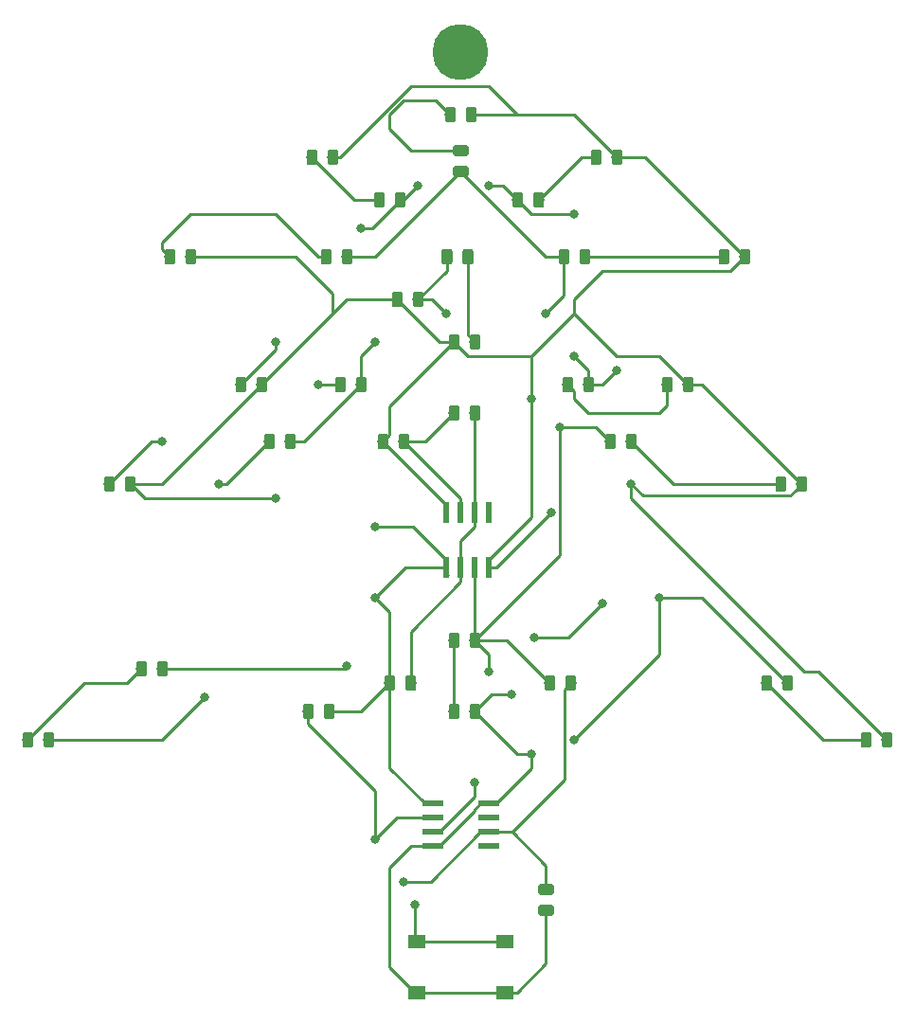
<source format=gbr>
G04 #@! TF.GenerationSoftware,KiCad,Pcbnew,5.1.4-3.fc30*
G04 #@! TF.CreationDate,2019-12-08T15:57:42-08:00*
G04 #@! TF.ProjectId,ChristmasTree,43687269-7374-46d6-9173-547265652e6b,rev?*
G04 #@! TF.SameCoordinates,Original*
G04 #@! TF.FileFunction,Copper,L1,Top*
G04 #@! TF.FilePolarity,Positive*
%FSLAX46Y46*%
G04 Gerber Fmt 4.6, Leading zero omitted, Abs format (unit mm)*
G04 Created by KiCad (PCBNEW 5.1.4-3.fc30) date 2019-12-08 15:57:42*
%MOMM*%
%LPD*%
G04 APERTURE LIST*
%ADD10R,0.570000X1.970000*%
%ADD11C,0.100000*%
%ADD12C,0.975000*%
%ADD13R,1.550000X1.300000*%
%ADD14R,1.970000X0.570000*%
%ADD15C,5.000000*%
%ADD16C,0.800000*%
%ADD17C,0.250000*%
G04 APERTURE END LIST*
D10*
X237490000Y-101600000D03*
X238760000Y-101600000D03*
X240030000Y-101600000D03*
X241300000Y-101600000D03*
X241300000Y-106550000D03*
X240030000Y-106550000D03*
X238760000Y-106550000D03*
X237490000Y-106550000D03*
D11*
G36*
X234552642Y-116141174D02*
G01*
X234576303Y-116144684D01*
X234599507Y-116150496D01*
X234622029Y-116158554D01*
X234643653Y-116168782D01*
X234664170Y-116181079D01*
X234683383Y-116195329D01*
X234701107Y-116211393D01*
X234717171Y-116229117D01*
X234731421Y-116248330D01*
X234743718Y-116268847D01*
X234753946Y-116290471D01*
X234762004Y-116312993D01*
X234767816Y-116336197D01*
X234771326Y-116359858D01*
X234772500Y-116383750D01*
X234772500Y-117296250D01*
X234771326Y-117320142D01*
X234767816Y-117343803D01*
X234762004Y-117367007D01*
X234753946Y-117389529D01*
X234743718Y-117411153D01*
X234731421Y-117431670D01*
X234717171Y-117450883D01*
X234701107Y-117468607D01*
X234683383Y-117484671D01*
X234664170Y-117498921D01*
X234643653Y-117511218D01*
X234622029Y-117521446D01*
X234599507Y-117529504D01*
X234576303Y-117535316D01*
X234552642Y-117538826D01*
X234528750Y-117540000D01*
X234041250Y-117540000D01*
X234017358Y-117538826D01*
X233993697Y-117535316D01*
X233970493Y-117529504D01*
X233947971Y-117521446D01*
X233926347Y-117511218D01*
X233905830Y-117498921D01*
X233886617Y-117484671D01*
X233868893Y-117468607D01*
X233852829Y-117450883D01*
X233838579Y-117431670D01*
X233826282Y-117411153D01*
X233816054Y-117389529D01*
X233807996Y-117367007D01*
X233802184Y-117343803D01*
X233798674Y-117320142D01*
X233797500Y-117296250D01*
X233797500Y-116383750D01*
X233798674Y-116359858D01*
X233802184Y-116336197D01*
X233807996Y-116312993D01*
X233816054Y-116290471D01*
X233826282Y-116268847D01*
X233838579Y-116248330D01*
X233852829Y-116229117D01*
X233868893Y-116211393D01*
X233886617Y-116195329D01*
X233905830Y-116181079D01*
X233926347Y-116168782D01*
X233947971Y-116158554D01*
X233970493Y-116150496D01*
X233993697Y-116144684D01*
X234017358Y-116141174D01*
X234041250Y-116140000D01*
X234528750Y-116140000D01*
X234552642Y-116141174D01*
X234552642Y-116141174D01*
G37*
D12*
X234285000Y-116840000D03*
D11*
G36*
X232677642Y-116141174D02*
G01*
X232701303Y-116144684D01*
X232724507Y-116150496D01*
X232747029Y-116158554D01*
X232768653Y-116168782D01*
X232789170Y-116181079D01*
X232808383Y-116195329D01*
X232826107Y-116211393D01*
X232842171Y-116229117D01*
X232856421Y-116248330D01*
X232868718Y-116268847D01*
X232878946Y-116290471D01*
X232887004Y-116312993D01*
X232892816Y-116336197D01*
X232896326Y-116359858D01*
X232897500Y-116383750D01*
X232897500Y-117296250D01*
X232896326Y-117320142D01*
X232892816Y-117343803D01*
X232887004Y-117367007D01*
X232878946Y-117389529D01*
X232868718Y-117411153D01*
X232856421Y-117431670D01*
X232842171Y-117450883D01*
X232826107Y-117468607D01*
X232808383Y-117484671D01*
X232789170Y-117498921D01*
X232768653Y-117511218D01*
X232747029Y-117521446D01*
X232724507Y-117529504D01*
X232701303Y-117535316D01*
X232677642Y-117538826D01*
X232653750Y-117540000D01*
X232166250Y-117540000D01*
X232142358Y-117538826D01*
X232118697Y-117535316D01*
X232095493Y-117529504D01*
X232072971Y-117521446D01*
X232051347Y-117511218D01*
X232030830Y-117498921D01*
X232011617Y-117484671D01*
X231993893Y-117468607D01*
X231977829Y-117450883D01*
X231963579Y-117431670D01*
X231951282Y-117411153D01*
X231941054Y-117389529D01*
X231932996Y-117367007D01*
X231927184Y-117343803D01*
X231923674Y-117320142D01*
X231922500Y-117296250D01*
X231922500Y-116383750D01*
X231923674Y-116359858D01*
X231927184Y-116336197D01*
X231932996Y-116312993D01*
X231941054Y-116290471D01*
X231951282Y-116268847D01*
X231963579Y-116248330D01*
X231977829Y-116229117D01*
X231993893Y-116211393D01*
X232011617Y-116195329D01*
X232030830Y-116181079D01*
X232051347Y-116168782D01*
X232072971Y-116158554D01*
X232095493Y-116150496D01*
X232118697Y-116144684D01*
X232142358Y-116141174D01*
X232166250Y-116140000D01*
X232653750Y-116140000D01*
X232677642Y-116141174D01*
X232677642Y-116141174D01*
G37*
D12*
X232410000Y-116840000D03*
D11*
G36*
X246980142Y-116141174D02*
G01*
X247003803Y-116144684D01*
X247027007Y-116150496D01*
X247049529Y-116158554D01*
X247071153Y-116168782D01*
X247091670Y-116181079D01*
X247110883Y-116195329D01*
X247128607Y-116211393D01*
X247144671Y-116229117D01*
X247158921Y-116248330D01*
X247171218Y-116268847D01*
X247181446Y-116290471D01*
X247189504Y-116312993D01*
X247195316Y-116336197D01*
X247198826Y-116359858D01*
X247200000Y-116383750D01*
X247200000Y-117296250D01*
X247198826Y-117320142D01*
X247195316Y-117343803D01*
X247189504Y-117367007D01*
X247181446Y-117389529D01*
X247171218Y-117411153D01*
X247158921Y-117431670D01*
X247144671Y-117450883D01*
X247128607Y-117468607D01*
X247110883Y-117484671D01*
X247091670Y-117498921D01*
X247071153Y-117511218D01*
X247049529Y-117521446D01*
X247027007Y-117529504D01*
X247003803Y-117535316D01*
X246980142Y-117538826D01*
X246956250Y-117540000D01*
X246468750Y-117540000D01*
X246444858Y-117538826D01*
X246421197Y-117535316D01*
X246397993Y-117529504D01*
X246375471Y-117521446D01*
X246353847Y-117511218D01*
X246333330Y-117498921D01*
X246314117Y-117484671D01*
X246296393Y-117468607D01*
X246280329Y-117450883D01*
X246266079Y-117431670D01*
X246253782Y-117411153D01*
X246243554Y-117389529D01*
X246235496Y-117367007D01*
X246229684Y-117343803D01*
X246226174Y-117320142D01*
X246225000Y-117296250D01*
X246225000Y-116383750D01*
X246226174Y-116359858D01*
X246229684Y-116336197D01*
X246235496Y-116312993D01*
X246243554Y-116290471D01*
X246253782Y-116268847D01*
X246266079Y-116248330D01*
X246280329Y-116229117D01*
X246296393Y-116211393D01*
X246314117Y-116195329D01*
X246333330Y-116181079D01*
X246353847Y-116168782D01*
X246375471Y-116158554D01*
X246397993Y-116150496D01*
X246421197Y-116144684D01*
X246444858Y-116141174D01*
X246468750Y-116140000D01*
X246956250Y-116140000D01*
X246980142Y-116141174D01*
X246980142Y-116141174D01*
G37*
D12*
X246712500Y-116840000D03*
D11*
G36*
X248855142Y-116141174D02*
G01*
X248878803Y-116144684D01*
X248902007Y-116150496D01*
X248924529Y-116158554D01*
X248946153Y-116168782D01*
X248966670Y-116181079D01*
X248985883Y-116195329D01*
X249003607Y-116211393D01*
X249019671Y-116229117D01*
X249033921Y-116248330D01*
X249046218Y-116268847D01*
X249056446Y-116290471D01*
X249064504Y-116312993D01*
X249070316Y-116336197D01*
X249073826Y-116359858D01*
X249075000Y-116383750D01*
X249075000Y-117296250D01*
X249073826Y-117320142D01*
X249070316Y-117343803D01*
X249064504Y-117367007D01*
X249056446Y-117389529D01*
X249046218Y-117411153D01*
X249033921Y-117431670D01*
X249019671Y-117450883D01*
X249003607Y-117468607D01*
X248985883Y-117484671D01*
X248966670Y-117498921D01*
X248946153Y-117511218D01*
X248924529Y-117521446D01*
X248902007Y-117529504D01*
X248878803Y-117535316D01*
X248855142Y-117538826D01*
X248831250Y-117540000D01*
X248343750Y-117540000D01*
X248319858Y-117538826D01*
X248296197Y-117535316D01*
X248272993Y-117529504D01*
X248250471Y-117521446D01*
X248228847Y-117511218D01*
X248208330Y-117498921D01*
X248189117Y-117484671D01*
X248171393Y-117468607D01*
X248155329Y-117450883D01*
X248141079Y-117431670D01*
X248128782Y-117411153D01*
X248118554Y-117389529D01*
X248110496Y-117367007D01*
X248104684Y-117343803D01*
X248101174Y-117320142D01*
X248100000Y-117296250D01*
X248100000Y-116383750D01*
X248101174Y-116359858D01*
X248104684Y-116336197D01*
X248110496Y-116312993D01*
X248118554Y-116290471D01*
X248128782Y-116268847D01*
X248141079Y-116248330D01*
X248155329Y-116229117D01*
X248171393Y-116211393D01*
X248189117Y-116195329D01*
X248208330Y-116181079D01*
X248228847Y-116168782D01*
X248250471Y-116158554D01*
X248272993Y-116150496D01*
X248296197Y-116144684D01*
X248319858Y-116141174D01*
X248343750Y-116140000D01*
X248831250Y-116140000D01*
X248855142Y-116141174D01*
X248855142Y-116141174D01*
G37*
D12*
X248587500Y-116840000D03*
D11*
G36*
X235217642Y-81851174D02*
G01*
X235241303Y-81854684D01*
X235264507Y-81860496D01*
X235287029Y-81868554D01*
X235308653Y-81878782D01*
X235329170Y-81891079D01*
X235348383Y-81905329D01*
X235366107Y-81921393D01*
X235382171Y-81939117D01*
X235396421Y-81958330D01*
X235408718Y-81978847D01*
X235418946Y-82000471D01*
X235427004Y-82022993D01*
X235432816Y-82046197D01*
X235436326Y-82069858D01*
X235437500Y-82093750D01*
X235437500Y-83006250D01*
X235436326Y-83030142D01*
X235432816Y-83053803D01*
X235427004Y-83077007D01*
X235418946Y-83099529D01*
X235408718Y-83121153D01*
X235396421Y-83141670D01*
X235382171Y-83160883D01*
X235366107Y-83178607D01*
X235348383Y-83194671D01*
X235329170Y-83208921D01*
X235308653Y-83221218D01*
X235287029Y-83231446D01*
X235264507Y-83239504D01*
X235241303Y-83245316D01*
X235217642Y-83248826D01*
X235193750Y-83250000D01*
X234706250Y-83250000D01*
X234682358Y-83248826D01*
X234658697Y-83245316D01*
X234635493Y-83239504D01*
X234612971Y-83231446D01*
X234591347Y-83221218D01*
X234570830Y-83208921D01*
X234551617Y-83194671D01*
X234533893Y-83178607D01*
X234517829Y-83160883D01*
X234503579Y-83141670D01*
X234491282Y-83121153D01*
X234481054Y-83099529D01*
X234472996Y-83077007D01*
X234467184Y-83053803D01*
X234463674Y-83030142D01*
X234462500Y-83006250D01*
X234462500Y-82093750D01*
X234463674Y-82069858D01*
X234467184Y-82046197D01*
X234472996Y-82022993D01*
X234481054Y-82000471D01*
X234491282Y-81978847D01*
X234503579Y-81958330D01*
X234517829Y-81939117D01*
X234533893Y-81921393D01*
X234551617Y-81905329D01*
X234570830Y-81891079D01*
X234591347Y-81878782D01*
X234612971Y-81868554D01*
X234635493Y-81860496D01*
X234658697Y-81854684D01*
X234682358Y-81851174D01*
X234706250Y-81850000D01*
X235193750Y-81850000D01*
X235217642Y-81851174D01*
X235217642Y-81851174D01*
G37*
D12*
X234950000Y-82550000D03*
D11*
G36*
X233342642Y-81851174D02*
G01*
X233366303Y-81854684D01*
X233389507Y-81860496D01*
X233412029Y-81868554D01*
X233433653Y-81878782D01*
X233454170Y-81891079D01*
X233473383Y-81905329D01*
X233491107Y-81921393D01*
X233507171Y-81939117D01*
X233521421Y-81958330D01*
X233533718Y-81978847D01*
X233543946Y-82000471D01*
X233552004Y-82022993D01*
X233557816Y-82046197D01*
X233561326Y-82069858D01*
X233562500Y-82093750D01*
X233562500Y-83006250D01*
X233561326Y-83030142D01*
X233557816Y-83053803D01*
X233552004Y-83077007D01*
X233543946Y-83099529D01*
X233533718Y-83121153D01*
X233521421Y-83141670D01*
X233507171Y-83160883D01*
X233491107Y-83178607D01*
X233473383Y-83194671D01*
X233454170Y-83208921D01*
X233433653Y-83221218D01*
X233412029Y-83231446D01*
X233389507Y-83239504D01*
X233366303Y-83245316D01*
X233342642Y-83248826D01*
X233318750Y-83250000D01*
X232831250Y-83250000D01*
X232807358Y-83248826D01*
X232783697Y-83245316D01*
X232760493Y-83239504D01*
X232737971Y-83231446D01*
X232716347Y-83221218D01*
X232695830Y-83208921D01*
X232676617Y-83194671D01*
X232658893Y-83178607D01*
X232642829Y-83160883D01*
X232628579Y-83141670D01*
X232616282Y-83121153D01*
X232606054Y-83099529D01*
X232597996Y-83077007D01*
X232592184Y-83053803D01*
X232588674Y-83030142D01*
X232587500Y-83006250D01*
X232587500Y-82093750D01*
X232588674Y-82069858D01*
X232592184Y-82046197D01*
X232597996Y-82022993D01*
X232606054Y-82000471D01*
X232616282Y-81978847D01*
X232628579Y-81958330D01*
X232642829Y-81939117D01*
X232658893Y-81921393D01*
X232676617Y-81905329D01*
X232695830Y-81891079D01*
X232716347Y-81878782D01*
X232737971Y-81868554D01*
X232760493Y-81860496D01*
X232783697Y-81854684D01*
X232807358Y-81851174D01*
X232831250Y-81850000D01*
X233318750Y-81850000D01*
X233342642Y-81851174D01*
X233342642Y-81851174D01*
G37*
D12*
X233075000Y-82550000D03*
D11*
G36*
X239965142Y-65341174D02*
G01*
X239988803Y-65344684D01*
X240012007Y-65350496D01*
X240034529Y-65358554D01*
X240056153Y-65368782D01*
X240076670Y-65381079D01*
X240095883Y-65395329D01*
X240113607Y-65411393D01*
X240129671Y-65429117D01*
X240143921Y-65448330D01*
X240156218Y-65468847D01*
X240166446Y-65490471D01*
X240174504Y-65512993D01*
X240180316Y-65536197D01*
X240183826Y-65559858D01*
X240185000Y-65583750D01*
X240185000Y-66496250D01*
X240183826Y-66520142D01*
X240180316Y-66543803D01*
X240174504Y-66567007D01*
X240166446Y-66589529D01*
X240156218Y-66611153D01*
X240143921Y-66631670D01*
X240129671Y-66650883D01*
X240113607Y-66668607D01*
X240095883Y-66684671D01*
X240076670Y-66698921D01*
X240056153Y-66711218D01*
X240034529Y-66721446D01*
X240012007Y-66729504D01*
X239988803Y-66735316D01*
X239965142Y-66738826D01*
X239941250Y-66740000D01*
X239453750Y-66740000D01*
X239429858Y-66738826D01*
X239406197Y-66735316D01*
X239382993Y-66729504D01*
X239360471Y-66721446D01*
X239338847Y-66711218D01*
X239318330Y-66698921D01*
X239299117Y-66684671D01*
X239281393Y-66668607D01*
X239265329Y-66650883D01*
X239251079Y-66631670D01*
X239238782Y-66611153D01*
X239228554Y-66589529D01*
X239220496Y-66567007D01*
X239214684Y-66543803D01*
X239211174Y-66520142D01*
X239210000Y-66496250D01*
X239210000Y-65583750D01*
X239211174Y-65559858D01*
X239214684Y-65536197D01*
X239220496Y-65512993D01*
X239228554Y-65490471D01*
X239238782Y-65468847D01*
X239251079Y-65448330D01*
X239265329Y-65429117D01*
X239281393Y-65411393D01*
X239299117Y-65395329D01*
X239318330Y-65381079D01*
X239338847Y-65368782D01*
X239360471Y-65358554D01*
X239382993Y-65350496D01*
X239406197Y-65344684D01*
X239429858Y-65341174D01*
X239453750Y-65340000D01*
X239941250Y-65340000D01*
X239965142Y-65341174D01*
X239965142Y-65341174D01*
G37*
D12*
X239697500Y-66040000D03*
D11*
G36*
X238090142Y-65341174D02*
G01*
X238113803Y-65344684D01*
X238137007Y-65350496D01*
X238159529Y-65358554D01*
X238181153Y-65368782D01*
X238201670Y-65381079D01*
X238220883Y-65395329D01*
X238238607Y-65411393D01*
X238254671Y-65429117D01*
X238268921Y-65448330D01*
X238281218Y-65468847D01*
X238291446Y-65490471D01*
X238299504Y-65512993D01*
X238305316Y-65536197D01*
X238308826Y-65559858D01*
X238310000Y-65583750D01*
X238310000Y-66496250D01*
X238308826Y-66520142D01*
X238305316Y-66543803D01*
X238299504Y-66567007D01*
X238291446Y-66589529D01*
X238281218Y-66611153D01*
X238268921Y-66631670D01*
X238254671Y-66650883D01*
X238238607Y-66668607D01*
X238220883Y-66684671D01*
X238201670Y-66698921D01*
X238181153Y-66711218D01*
X238159529Y-66721446D01*
X238137007Y-66729504D01*
X238113803Y-66735316D01*
X238090142Y-66738826D01*
X238066250Y-66740000D01*
X237578750Y-66740000D01*
X237554858Y-66738826D01*
X237531197Y-66735316D01*
X237507993Y-66729504D01*
X237485471Y-66721446D01*
X237463847Y-66711218D01*
X237443330Y-66698921D01*
X237424117Y-66684671D01*
X237406393Y-66668607D01*
X237390329Y-66650883D01*
X237376079Y-66631670D01*
X237363782Y-66611153D01*
X237353554Y-66589529D01*
X237345496Y-66567007D01*
X237339684Y-66543803D01*
X237336174Y-66520142D01*
X237335000Y-66496250D01*
X237335000Y-65583750D01*
X237336174Y-65559858D01*
X237339684Y-65536197D01*
X237345496Y-65512993D01*
X237353554Y-65490471D01*
X237363782Y-65468847D01*
X237376079Y-65448330D01*
X237390329Y-65429117D01*
X237406393Y-65411393D01*
X237424117Y-65395329D01*
X237443330Y-65381079D01*
X237463847Y-65368782D01*
X237485471Y-65358554D01*
X237507993Y-65350496D01*
X237531197Y-65344684D01*
X237554858Y-65341174D01*
X237578750Y-65340000D01*
X238066250Y-65340000D01*
X238090142Y-65341174D01*
X238090142Y-65341174D01*
G37*
D12*
X237822500Y-66040000D03*
D11*
G36*
X213022642Y-78041174D02*
G01*
X213046303Y-78044684D01*
X213069507Y-78050496D01*
X213092029Y-78058554D01*
X213113653Y-78068782D01*
X213134170Y-78081079D01*
X213153383Y-78095329D01*
X213171107Y-78111393D01*
X213187171Y-78129117D01*
X213201421Y-78148330D01*
X213213718Y-78168847D01*
X213223946Y-78190471D01*
X213232004Y-78212993D01*
X213237816Y-78236197D01*
X213241326Y-78259858D01*
X213242500Y-78283750D01*
X213242500Y-79196250D01*
X213241326Y-79220142D01*
X213237816Y-79243803D01*
X213232004Y-79267007D01*
X213223946Y-79289529D01*
X213213718Y-79311153D01*
X213201421Y-79331670D01*
X213187171Y-79350883D01*
X213171107Y-79368607D01*
X213153383Y-79384671D01*
X213134170Y-79398921D01*
X213113653Y-79411218D01*
X213092029Y-79421446D01*
X213069507Y-79429504D01*
X213046303Y-79435316D01*
X213022642Y-79438826D01*
X212998750Y-79440000D01*
X212511250Y-79440000D01*
X212487358Y-79438826D01*
X212463697Y-79435316D01*
X212440493Y-79429504D01*
X212417971Y-79421446D01*
X212396347Y-79411218D01*
X212375830Y-79398921D01*
X212356617Y-79384671D01*
X212338893Y-79368607D01*
X212322829Y-79350883D01*
X212308579Y-79331670D01*
X212296282Y-79311153D01*
X212286054Y-79289529D01*
X212277996Y-79267007D01*
X212272184Y-79243803D01*
X212268674Y-79220142D01*
X212267500Y-79196250D01*
X212267500Y-78283750D01*
X212268674Y-78259858D01*
X212272184Y-78236197D01*
X212277996Y-78212993D01*
X212286054Y-78190471D01*
X212296282Y-78168847D01*
X212308579Y-78148330D01*
X212322829Y-78129117D01*
X212338893Y-78111393D01*
X212356617Y-78095329D01*
X212375830Y-78081079D01*
X212396347Y-78068782D01*
X212417971Y-78058554D01*
X212440493Y-78050496D01*
X212463697Y-78044684D01*
X212487358Y-78041174D01*
X212511250Y-78040000D01*
X212998750Y-78040000D01*
X213022642Y-78041174D01*
X213022642Y-78041174D01*
G37*
D12*
X212755000Y-78740000D03*
D11*
G36*
X214897642Y-78041174D02*
G01*
X214921303Y-78044684D01*
X214944507Y-78050496D01*
X214967029Y-78058554D01*
X214988653Y-78068782D01*
X215009170Y-78081079D01*
X215028383Y-78095329D01*
X215046107Y-78111393D01*
X215062171Y-78129117D01*
X215076421Y-78148330D01*
X215088718Y-78168847D01*
X215098946Y-78190471D01*
X215107004Y-78212993D01*
X215112816Y-78236197D01*
X215116326Y-78259858D01*
X215117500Y-78283750D01*
X215117500Y-79196250D01*
X215116326Y-79220142D01*
X215112816Y-79243803D01*
X215107004Y-79267007D01*
X215098946Y-79289529D01*
X215088718Y-79311153D01*
X215076421Y-79331670D01*
X215062171Y-79350883D01*
X215046107Y-79368607D01*
X215028383Y-79384671D01*
X215009170Y-79398921D01*
X214988653Y-79411218D01*
X214967029Y-79421446D01*
X214944507Y-79429504D01*
X214921303Y-79435316D01*
X214897642Y-79438826D01*
X214873750Y-79440000D01*
X214386250Y-79440000D01*
X214362358Y-79438826D01*
X214338697Y-79435316D01*
X214315493Y-79429504D01*
X214292971Y-79421446D01*
X214271347Y-79411218D01*
X214250830Y-79398921D01*
X214231617Y-79384671D01*
X214213893Y-79368607D01*
X214197829Y-79350883D01*
X214183579Y-79331670D01*
X214171282Y-79311153D01*
X214161054Y-79289529D01*
X214152996Y-79267007D01*
X214147184Y-79243803D01*
X214143674Y-79220142D01*
X214142500Y-79196250D01*
X214142500Y-78283750D01*
X214143674Y-78259858D01*
X214147184Y-78236197D01*
X214152996Y-78212993D01*
X214161054Y-78190471D01*
X214171282Y-78168847D01*
X214183579Y-78148330D01*
X214197829Y-78129117D01*
X214213893Y-78111393D01*
X214231617Y-78095329D01*
X214250830Y-78081079D01*
X214271347Y-78068782D01*
X214292971Y-78058554D01*
X214315493Y-78050496D01*
X214338697Y-78044684D01*
X214362358Y-78041174D01*
X214386250Y-78040000D01*
X214873750Y-78040000D01*
X214897642Y-78041174D01*
X214897642Y-78041174D01*
G37*
D12*
X214630000Y-78740000D03*
D11*
G36*
X219372642Y-89471174D02*
G01*
X219396303Y-89474684D01*
X219419507Y-89480496D01*
X219442029Y-89488554D01*
X219463653Y-89498782D01*
X219484170Y-89511079D01*
X219503383Y-89525329D01*
X219521107Y-89541393D01*
X219537171Y-89559117D01*
X219551421Y-89578330D01*
X219563718Y-89598847D01*
X219573946Y-89620471D01*
X219582004Y-89642993D01*
X219587816Y-89666197D01*
X219591326Y-89689858D01*
X219592500Y-89713750D01*
X219592500Y-90626250D01*
X219591326Y-90650142D01*
X219587816Y-90673803D01*
X219582004Y-90697007D01*
X219573946Y-90719529D01*
X219563718Y-90741153D01*
X219551421Y-90761670D01*
X219537171Y-90780883D01*
X219521107Y-90798607D01*
X219503383Y-90814671D01*
X219484170Y-90828921D01*
X219463653Y-90841218D01*
X219442029Y-90851446D01*
X219419507Y-90859504D01*
X219396303Y-90865316D01*
X219372642Y-90868826D01*
X219348750Y-90870000D01*
X218861250Y-90870000D01*
X218837358Y-90868826D01*
X218813697Y-90865316D01*
X218790493Y-90859504D01*
X218767971Y-90851446D01*
X218746347Y-90841218D01*
X218725830Y-90828921D01*
X218706617Y-90814671D01*
X218688893Y-90798607D01*
X218672829Y-90780883D01*
X218658579Y-90761670D01*
X218646282Y-90741153D01*
X218636054Y-90719529D01*
X218627996Y-90697007D01*
X218622184Y-90673803D01*
X218618674Y-90650142D01*
X218617500Y-90626250D01*
X218617500Y-89713750D01*
X218618674Y-89689858D01*
X218622184Y-89666197D01*
X218627996Y-89642993D01*
X218636054Y-89620471D01*
X218646282Y-89598847D01*
X218658579Y-89578330D01*
X218672829Y-89559117D01*
X218688893Y-89541393D01*
X218706617Y-89525329D01*
X218725830Y-89511079D01*
X218746347Y-89498782D01*
X218767971Y-89488554D01*
X218790493Y-89480496D01*
X218813697Y-89474684D01*
X218837358Y-89471174D01*
X218861250Y-89470000D01*
X219348750Y-89470000D01*
X219372642Y-89471174D01*
X219372642Y-89471174D01*
G37*
D12*
X219105000Y-90170000D03*
D11*
G36*
X221247642Y-89471174D02*
G01*
X221271303Y-89474684D01*
X221294507Y-89480496D01*
X221317029Y-89488554D01*
X221338653Y-89498782D01*
X221359170Y-89511079D01*
X221378383Y-89525329D01*
X221396107Y-89541393D01*
X221412171Y-89559117D01*
X221426421Y-89578330D01*
X221438718Y-89598847D01*
X221448946Y-89620471D01*
X221457004Y-89642993D01*
X221462816Y-89666197D01*
X221466326Y-89689858D01*
X221467500Y-89713750D01*
X221467500Y-90626250D01*
X221466326Y-90650142D01*
X221462816Y-90673803D01*
X221457004Y-90697007D01*
X221448946Y-90719529D01*
X221438718Y-90741153D01*
X221426421Y-90761670D01*
X221412171Y-90780883D01*
X221396107Y-90798607D01*
X221378383Y-90814671D01*
X221359170Y-90828921D01*
X221338653Y-90841218D01*
X221317029Y-90851446D01*
X221294507Y-90859504D01*
X221271303Y-90865316D01*
X221247642Y-90868826D01*
X221223750Y-90870000D01*
X220736250Y-90870000D01*
X220712358Y-90868826D01*
X220688697Y-90865316D01*
X220665493Y-90859504D01*
X220642971Y-90851446D01*
X220621347Y-90841218D01*
X220600830Y-90828921D01*
X220581617Y-90814671D01*
X220563893Y-90798607D01*
X220547829Y-90780883D01*
X220533579Y-90761670D01*
X220521282Y-90741153D01*
X220511054Y-90719529D01*
X220502996Y-90697007D01*
X220497184Y-90673803D01*
X220493674Y-90650142D01*
X220492500Y-90626250D01*
X220492500Y-89713750D01*
X220493674Y-89689858D01*
X220497184Y-89666197D01*
X220502996Y-89642993D01*
X220511054Y-89620471D01*
X220521282Y-89598847D01*
X220533579Y-89578330D01*
X220547829Y-89559117D01*
X220563893Y-89541393D01*
X220581617Y-89525329D01*
X220600830Y-89511079D01*
X220621347Y-89498782D01*
X220642971Y-89488554D01*
X220665493Y-89480496D01*
X220688697Y-89474684D01*
X220712358Y-89471174D01*
X220736250Y-89470000D01*
X221223750Y-89470000D01*
X221247642Y-89471174D01*
X221247642Y-89471174D01*
G37*
D12*
X220980000Y-90170000D03*
D11*
G36*
X202197642Y-121221174D02*
G01*
X202221303Y-121224684D01*
X202244507Y-121230496D01*
X202267029Y-121238554D01*
X202288653Y-121248782D01*
X202309170Y-121261079D01*
X202328383Y-121275329D01*
X202346107Y-121291393D01*
X202362171Y-121309117D01*
X202376421Y-121328330D01*
X202388718Y-121348847D01*
X202398946Y-121370471D01*
X202407004Y-121392993D01*
X202412816Y-121416197D01*
X202416326Y-121439858D01*
X202417500Y-121463750D01*
X202417500Y-122376250D01*
X202416326Y-122400142D01*
X202412816Y-122423803D01*
X202407004Y-122447007D01*
X202398946Y-122469529D01*
X202388718Y-122491153D01*
X202376421Y-122511670D01*
X202362171Y-122530883D01*
X202346107Y-122548607D01*
X202328383Y-122564671D01*
X202309170Y-122578921D01*
X202288653Y-122591218D01*
X202267029Y-122601446D01*
X202244507Y-122609504D01*
X202221303Y-122615316D01*
X202197642Y-122618826D01*
X202173750Y-122620000D01*
X201686250Y-122620000D01*
X201662358Y-122618826D01*
X201638697Y-122615316D01*
X201615493Y-122609504D01*
X201592971Y-122601446D01*
X201571347Y-122591218D01*
X201550830Y-122578921D01*
X201531617Y-122564671D01*
X201513893Y-122548607D01*
X201497829Y-122530883D01*
X201483579Y-122511670D01*
X201471282Y-122491153D01*
X201461054Y-122469529D01*
X201452996Y-122447007D01*
X201447184Y-122423803D01*
X201443674Y-122400142D01*
X201442500Y-122376250D01*
X201442500Y-121463750D01*
X201443674Y-121439858D01*
X201447184Y-121416197D01*
X201452996Y-121392993D01*
X201461054Y-121370471D01*
X201471282Y-121348847D01*
X201483579Y-121328330D01*
X201497829Y-121309117D01*
X201513893Y-121291393D01*
X201531617Y-121275329D01*
X201550830Y-121261079D01*
X201571347Y-121248782D01*
X201592971Y-121238554D01*
X201615493Y-121230496D01*
X201638697Y-121224684D01*
X201662358Y-121221174D01*
X201686250Y-121220000D01*
X202173750Y-121220000D01*
X202197642Y-121221174D01*
X202197642Y-121221174D01*
G37*
D12*
X201930000Y-121920000D03*
D11*
G36*
X200322642Y-121221174D02*
G01*
X200346303Y-121224684D01*
X200369507Y-121230496D01*
X200392029Y-121238554D01*
X200413653Y-121248782D01*
X200434170Y-121261079D01*
X200453383Y-121275329D01*
X200471107Y-121291393D01*
X200487171Y-121309117D01*
X200501421Y-121328330D01*
X200513718Y-121348847D01*
X200523946Y-121370471D01*
X200532004Y-121392993D01*
X200537816Y-121416197D01*
X200541326Y-121439858D01*
X200542500Y-121463750D01*
X200542500Y-122376250D01*
X200541326Y-122400142D01*
X200537816Y-122423803D01*
X200532004Y-122447007D01*
X200523946Y-122469529D01*
X200513718Y-122491153D01*
X200501421Y-122511670D01*
X200487171Y-122530883D01*
X200471107Y-122548607D01*
X200453383Y-122564671D01*
X200434170Y-122578921D01*
X200413653Y-122591218D01*
X200392029Y-122601446D01*
X200369507Y-122609504D01*
X200346303Y-122615316D01*
X200322642Y-122618826D01*
X200298750Y-122620000D01*
X199811250Y-122620000D01*
X199787358Y-122618826D01*
X199763697Y-122615316D01*
X199740493Y-122609504D01*
X199717971Y-122601446D01*
X199696347Y-122591218D01*
X199675830Y-122578921D01*
X199656617Y-122564671D01*
X199638893Y-122548607D01*
X199622829Y-122530883D01*
X199608579Y-122511670D01*
X199596282Y-122491153D01*
X199586054Y-122469529D01*
X199577996Y-122447007D01*
X199572184Y-122423803D01*
X199568674Y-122400142D01*
X199567500Y-122376250D01*
X199567500Y-121463750D01*
X199568674Y-121439858D01*
X199572184Y-121416197D01*
X199577996Y-121392993D01*
X199586054Y-121370471D01*
X199596282Y-121348847D01*
X199608579Y-121328330D01*
X199622829Y-121309117D01*
X199638893Y-121291393D01*
X199656617Y-121275329D01*
X199675830Y-121261079D01*
X199696347Y-121248782D01*
X199717971Y-121238554D01*
X199740493Y-121230496D01*
X199763697Y-121224684D01*
X199787358Y-121221174D01*
X199811250Y-121220000D01*
X200298750Y-121220000D01*
X200322642Y-121221174D01*
X200322642Y-121221174D01*
G37*
D12*
X200055000Y-121920000D03*
D11*
G36*
X252997642Y-69151174D02*
G01*
X253021303Y-69154684D01*
X253044507Y-69160496D01*
X253067029Y-69168554D01*
X253088653Y-69178782D01*
X253109170Y-69191079D01*
X253128383Y-69205329D01*
X253146107Y-69221393D01*
X253162171Y-69239117D01*
X253176421Y-69258330D01*
X253188718Y-69278847D01*
X253198946Y-69300471D01*
X253207004Y-69322993D01*
X253212816Y-69346197D01*
X253216326Y-69369858D01*
X253217500Y-69393750D01*
X253217500Y-70306250D01*
X253216326Y-70330142D01*
X253212816Y-70353803D01*
X253207004Y-70377007D01*
X253198946Y-70399529D01*
X253188718Y-70421153D01*
X253176421Y-70441670D01*
X253162171Y-70460883D01*
X253146107Y-70478607D01*
X253128383Y-70494671D01*
X253109170Y-70508921D01*
X253088653Y-70521218D01*
X253067029Y-70531446D01*
X253044507Y-70539504D01*
X253021303Y-70545316D01*
X252997642Y-70548826D01*
X252973750Y-70550000D01*
X252486250Y-70550000D01*
X252462358Y-70548826D01*
X252438697Y-70545316D01*
X252415493Y-70539504D01*
X252392971Y-70531446D01*
X252371347Y-70521218D01*
X252350830Y-70508921D01*
X252331617Y-70494671D01*
X252313893Y-70478607D01*
X252297829Y-70460883D01*
X252283579Y-70441670D01*
X252271282Y-70421153D01*
X252261054Y-70399529D01*
X252252996Y-70377007D01*
X252247184Y-70353803D01*
X252243674Y-70330142D01*
X252242500Y-70306250D01*
X252242500Y-69393750D01*
X252243674Y-69369858D01*
X252247184Y-69346197D01*
X252252996Y-69322993D01*
X252261054Y-69300471D01*
X252271282Y-69278847D01*
X252283579Y-69258330D01*
X252297829Y-69239117D01*
X252313893Y-69221393D01*
X252331617Y-69205329D01*
X252350830Y-69191079D01*
X252371347Y-69178782D01*
X252392971Y-69168554D01*
X252415493Y-69160496D01*
X252438697Y-69154684D01*
X252462358Y-69151174D01*
X252486250Y-69150000D01*
X252973750Y-69150000D01*
X252997642Y-69151174D01*
X252997642Y-69151174D01*
G37*
D12*
X252730000Y-69850000D03*
D11*
G36*
X251122642Y-69151174D02*
G01*
X251146303Y-69154684D01*
X251169507Y-69160496D01*
X251192029Y-69168554D01*
X251213653Y-69178782D01*
X251234170Y-69191079D01*
X251253383Y-69205329D01*
X251271107Y-69221393D01*
X251287171Y-69239117D01*
X251301421Y-69258330D01*
X251313718Y-69278847D01*
X251323946Y-69300471D01*
X251332004Y-69322993D01*
X251337816Y-69346197D01*
X251341326Y-69369858D01*
X251342500Y-69393750D01*
X251342500Y-70306250D01*
X251341326Y-70330142D01*
X251337816Y-70353803D01*
X251332004Y-70377007D01*
X251323946Y-70399529D01*
X251313718Y-70421153D01*
X251301421Y-70441670D01*
X251287171Y-70460883D01*
X251271107Y-70478607D01*
X251253383Y-70494671D01*
X251234170Y-70508921D01*
X251213653Y-70521218D01*
X251192029Y-70531446D01*
X251169507Y-70539504D01*
X251146303Y-70545316D01*
X251122642Y-70548826D01*
X251098750Y-70550000D01*
X250611250Y-70550000D01*
X250587358Y-70548826D01*
X250563697Y-70545316D01*
X250540493Y-70539504D01*
X250517971Y-70531446D01*
X250496347Y-70521218D01*
X250475830Y-70508921D01*
X250456617Y-70494671D01*
X250438893Y-70478607D01*
X250422829Y-70460883D01*
X250408579Y-70441670D01*
X250396282Y-70421153D01*
X250386054Y-70399529D01*
X250377996Y-70377007D01*
X250372184Y-70353803D01*
X250368674Y-70330142D01*
X250367500Y-70306250D01*
X250367500Y-69393750D01*
X250368674Y-69369858D01*
X250372184Y-69346197D01*
X250377996Y-69322993D01*
X250386054Y-69300471D01*
X250396282Y-69278847D01*
X250408579Y-69258330D01*
X250422829Y-69239117D01*
X250438893Y-69221393D01*
X250456617Y-69205329D01*
X250475830Y-69191079D01*
X250496347Y-69178782D01*
X250517971Y-69168554D01*
X250540493Y-69160496D01*
X250563697Y-69154684D01*
X250587358Y-69151174D01*
X250611250Y-69150000D01*
X251098750Y-69150000D01*
X251122642Y-69151174D01*
X251122642Y-69151174D01*
G37*
D12*
X250855000Y-69850000D03*
D11*
G36*
X267632642Y-98361174D02*
G01*
X267656303Y-98364684D01*
X267679507Y-98370496D01*
X267702029Y-98378554D01*
X267723653Y-98388782D01*
X267744170Y-98401079D01*
X267763383Y-98415329D01*
X267781107Y-98431393D01*
X267797171Y-98449117D01*
X267811421Y-98468330D01*
X267823718Y-98488847D01*
X267833946Y-98510471D01*
X267842004Y-98532993D01*
X267847816Y-98556197D01*
X267851326Y-98579858D01*
X267852500Y-98603750D01*
X267852500Y-99516250D01*
X267851326Y-99540142D01*
X267847816Y-99563803D01*
X267842004Y-99587007D01*
X267833946Y-99609529D01*
X267823718Y-99631153D01*
X267811421Y-99651670D01*
X267797171Y-99670883D01*
X267781107Y-99688607D01*
X267763383Y-99704671D01*
X267744170Y-99718921D01*
X267723653Y-99731218D01*
X267702029Y-99741446D01*
X267679507Y-99749504D01*
X267656303Y-99755316D01*
X267632642Y-99758826D01*
X267608750Y-99760000D01*
X267121250Y-99760000D01*
X267097358Y-99758826D01*
X267073697Y-99755316D01*
X267050493Y-99749504D01*
X267027971Y-99741446D01*
X267006347Y-99731218D01*
X266985830Y-99718921D01*
X266966617Y-99704671D01*
X266948893Y-99688607D01*
X266932829Y-99670883D01*
X266918579Y-99651670D01*
X266906282Y-99631153D01*
X266896054Y-99609529D01*
X266887996Y-99587007D01*
X266882184Y-99563803D01*
X266878674Y-99540142D01*
X266877500Y-99516250D01*
X266877500Y-98603750D01*
X266878674Y-98579858D01*
X266882184Y-98556197D01*
X266887996Y-98532993D01*
X266896054Y-98510471D01*
X266906282Y-98488847D01*
X266918579Y-98468330D01*
X266932829Y-98449117D01*
X266948893Y-98431393D01*
X266966617Y-98415329D01*
X266985830Y-98401079D01*
X267006347Y-98388782D01*
X267027971Y-98378554D01*
X267050493Y-98370496D01*
X267073697Y-98364684D01*
X267097358Y-98361174D01*
X267121250Y-98360000D01*
X267608750Y-98360000D01*
X267632642Y-98361174D01*
X267632642Y-98361174D01*
G37*
D12*
X267365000Y-99060000D03*
D11*
G36*
X269507642Y-98361174D02*
G01*
X269531303Y-98364684D01*
X269554507Y-98370496D01*
X269577029Y-98378554D01*
X269598653Y-98388782D01*
X269619170Y-98401079D01*
X269638383Y-98415329D01*
X269656107Y-98431393D01*
X269672171Y-98449117D01*
X269686421Y-98468330D01*
X269698718Y-98488847D01*
X269708946Y-98510471D01*
X269717004Y-98532993D01*
X269722816Y-98556197D01*
X269726326Y-98579858D01*
X269727500Y-98603750D01*
X269727500Y-99516250D01*
X269726326Y-99540142D01*
X269722816Y-99563803D01*
X269717004Y-99587007D01*
X269708946Y-99609529D01*
X269698718Y-99631153D01*
X269686421Y-99651670D01*
X269672171Y-99670883D01*
X269656107Y-99688607D01*
X269638383Y-99704671D01*
X269619170Y-99718921D01*
X269598653Y-99731218D01*
X269577029Y-99741446D01*
X269554507Y-99749504D01*
X269531303Y-99755316D01*
X269507642Y-99758826D01*
X269483750Y-99760000D01*
X268996250Y-99760000D01*
X268972358Y-99758826D01*
X268948697Y-99755316D01*
X268925493Y-99749504D01*
X268902971Y-99741446D01*
X268881347Y-99731218D01*
X268860830Y-99718921D01*
X268841617Y-99704671D01*
X268823893Y-99688607D01*
X268807829Y-99670883D01*
X268793579Y-99651670D01*
X268781282Y-99631153D01*
X268771054Y-99609529D01*
X268762996Y-99587007D01*
X268757184Y-99563803D01*
X268753674Y-99540142D01*
X268752500Y-99516250D01*
X268752500Y-98603750D01*
X268753674Y-98579858D01*
X268757184Y-98556197D01*
X268762996Y-98532993D01*
X268771054Y-98510471D01*
X268781282Y-98488847D01*
X268793579Y-98468330D01*
X268807829Y-98449117D01*
X268823893Y-98431393D01*
X268841617Y-98415329D01*
X268860830Y-98401079D01*
X268881347Y-98388782D01*
X268902971Y-98378554D01*
X268925493Y-98370496D01*
X268948697Y-98364684D01*
X268972358Y-98361174D01*
X268996250Y-98360000D01*
X269483750Y-98360000D01*
X269507642Y-98361174D01*
X269507642Y-98361174D01*
G37*
D12*
X269240000Y-99060000D03*
D11*
G36*
X207610142Y-98361174D02*
G01*
X207633803Y-98364684D01*
X207657007Y-98370496D01*
X207679529Y-98378554D01*
X207701153Y-98388782D01*
X207721670Y-98401079D01*
X207740883Y-98415329D01*
X207758607Y-98431393D01*
X207774671Y-98449117D01*
X207788921Y-98468330D01*
X207801218Y-98488847D01*
X207811446Y-98510471D01*
X207819504Y-98532993D01*
X207825316Y-98556197D01*
X207828826Y-98579858D01*
X207830000Y-98603750D01*
X207830000Y-99516250D01*
X207828826Y-99540142D01*
X207825316Y-99563803D01*
X207819504Y-99587007D01*
X207811446Y-99609529D01*
X207801218Y-99631153D01*
X207788921Y-99651670D01*
X207774671Y-99670883D01*
X207758607Y-99688607D01*
X207740883Y-99704671D01*
X207721670Y-99718921D01*
X207701153Y-99731218D01*
X207679529Y-99741446D01*
X207657007Y-99749504D01*
X207633803Y-99755316D01*
X207610142Y-99758826D01*
X207586250Y-99760000D01*
X207098750Y-99760000D01*
X207074858Y-99758826D01*
X207051197Y-99755316D01*
X207027993Y-99749504D01*
X207005471Y-99741446D01*
X206983847Y-99731218D01*
X206963330Y-99718921D01*
X206944117Y-99704671D01*
X206926393Y-99688607D01*
X206910329Y-99670883D01*
X206896079Y-99651670D01*
X206883782Y-99631153D01*
X206873554Y-99609529D01*
X206865496Y-99587007D01*
X206859684Y-99563803D01*
X206856174Y-99540142D01*
X206855000Y-99516250D01*
X206855000Y-98603750D01*
X206856174Y-98579858D01*
X206859684Y-98556197D01*
X206865496Y-98532993D01*
X206873554Y-98510471D01*
X206883782Y-98488847D01*
X206896079Y-98468330D01*
X206910329Y-98449117D01*
X206926393Y-98431393D01*
X206944117Y-98415329D01*
X206963330Y-98401079D01*
X206983847Y-98388782D01*
X207005471Y-98378554D01*
X207027993Y-98370496D01*
X207051197Y-98364684D01*
X207074858Y-98361174D01*
X207098750Y-98360000D01*
X207586250Y-98360000D01*
X207610142Y-98361174D01*
X207610142Y-98361174D01*
G37*
D12*
X207342500Y-99060000D03*
D11*
G36*
X209485142Y-98361174D02*
G01*
X209508803Y-98364684D01*
X209532007Y-98370496D01*
X209554529Y-98378554D01*
X209576153Y-98388782D01*
X209596670Y-98401079D01*
X209615883Y-98415329D01*
X209633607Y-98431393D01*
X209649671Y-98449117D01*
X209663921Y-98468330D01*
X209676218Y-98488847D01*
X209686446Y-98510471D01*
X209694504Y-98532993D01*
X209700316Y-98556197D01*
X209703826Y-98579858D01*
X209705000Y-98603750D01*
X209705000Y-99516250D01*
X209703826Y-99540142D01*
X209700316Y-99563803D01*
X209694504Y-99587007D01*
X209686446Y-99609529D01*
X209676218Y-99631153D01*
X209663921Y-99651670D01*
X209649671Y-99670883D01*
X209633607Y-99688607D01*
X209615883Y-99704671D01*
X209596670Y-99718921D01*
X209576153Y-99731218D01*
X209554529Y-99741446D01*
X209532007Y-99749504D01*
X209508803Y-99755316D01*
X209485142Y-99758826D01*
X209461250Y-99760000D01*
X208973750Y-99760000D01*
X208949858Y-99758826D01*
X208926197Y-99755316D01*
X208902993Y-99749504D01*
X208880471Y-99741446D01*
X208858847Y-99731218D01*
X208838330Y-99718921D01*
X208819117Y-99704671D01*
X208801393Y-99688607D01*
X208785329Y-99670883D01*
X208771079Y-99651670D01*
X208758782Y-99631153D01*
X208748554Y-99609529D01*
X208740496Y-99587007D01*
X208734684Y-99563803D01*
X208731174Y-99540142D01*
X208730000Y-99516250D01*
X208730000Y-98603750D01*
X208731174Y-98579858D01*
X208734684Y-98556197D01*
X208740496Y-98532993D01*
X208748554Y-98510471D01*
X208758782Y-98488847D01*
X208771079Y-98468330D01*
X208785329Y-98449117D01*
X208801393Y-98431393D01*
X208819117Y-98415329D01*
X208838330Y-98401079D01*
X208858847Y-98388782D01*
X208880471Y-98378554D01*
X208902993Y-98370496D01*
X208926197Y-98364684D01*
X208949858Y-98361174D01*
X208973750Y-98360000D01*
X209461250Y-98360000D01*
X209485142Y-98361174D01*
X209485142Y-98361174D01*
G37*
D12*
X209217500Y-99060000D03*
D11*
G36*
X240297642Y-118681174D02*
G01*
X240321303Y-118684684D01*
X240344507Y-118690496D01*
X240367029Y-118698554D01*
X240388653Y-118708782D01*
X240409170Y-118721079D01*
X240428383Y-118735329D01*
X240446107Y-118751393D01*
X240462171Y-118769117D01*
X240476421Y-118788330D01*
X240488718Y-118808847D01*
X240498946Y-118830471D01*
X240507004Y-118852993D01*
X240512816Y-118876197D01*
X240516326Y-118899858D01*
X240517500Y-118923750D01*
X240517500Y-119836250D01*
X240516326Y-119860142D01*
X240512816Y-119883803D01*
X240507004Y-119907007D01*
X240498946Y-119929529D01*
X240488718Y-119951153D01*
X240476421Y-119971670D01*
X240462171Y-119990883D01*
X240446107Y-120008607D01*
X240428383Y-120024671D01*
X240409170Y-120038921D01*
X240388653Y-120051218D01*
X240367029Y-120061446D01*
X240344507Y-120069504D01*
X240321303Y-120075316D01*
X240297642Y-120078826D01*
X240273750Y-120080000D01*
X239786250Y-120080000D01*
X239762358Y-120078826D01*
X239738697Y-120075316D01*
X239715493Y-120069504D01*
X239692971Y-120061446D01*
X239671347Y-120051218D01*
X239650830Y-120038921D01*
X239631617Y-120024671D01*
X239613893Y-120008607D01*
X239597829Y-119990883D01*
X239583579Y-119971670D01*
X239571282Y-119951153D01*
X239561054Y-119929529D01*
X239552996Y-119907007D01*
X239547184Y-119883803D01*
X239543674Y-119860142D01*
X239542500Y-119836250D01*
X239542500Y-118923750D01*
X239543674Y-118899858D01*
X239547184Y-118876197D01*
X239552996Y-118852993D01*
X239561054Y-118830471D01*
X239571282Y-118808847D01*
X239583579Y-118788330D01*
X239597829Y-118769117D01*
X239613893Y-118751393D01*
X239631617Y-118735329D01*
X239650830Y-118721079D01*
X239671347Y-118708782D01*
X239692971Y-118698554D01*
X239715493Y-118690496D01*
X239738697Y-118684684D01*
X239762358Y-118681174D01*
X239786250Y-118680000D01*
X240273750Y-118680000D01*
X240297642Y-118681174D01*
X240297642Y-118681174D01*
G37*
D12*
X240030000Y-119380000D03*
D11*
G36*
X238422642Y-118681174D02*
G01*
X238446303Y-118684684D01*
X238469507Y-118690496D01*
X238492029Y-118698554D01*
X238513653Y-118708782D01*
X238534170Y-118721079D01*
X238553383Y-118735329D01*
X238571107Y-118751393D01*
X238587171Y-118769117D01*
X238601421Y-118788330D01*
X238613718Y-118808847D01*
X238623946Y-118830471D01*
X238632004Y-118852993D01*
X238637816Y-118876197D01*
X238641326Y-118899858D01*
X238642500Y-118923750D01*
X238642500Y-119836250D01*
X238641326Y-119860142D01*
X238637816Y-119883803D01*
X238632004Y-119907007D01*
X238623946Y-119929529D01*
X238613718Y-119951153D01*
X238601421Y-119971670D01*
X238587171Y-119990883D01*
X238571107Y-120008607D01*
X238553383Y-120024671D01*
X238534170Y-120038921D01*
X238513653Y-120051218D01*
X238492029Y-120061446D01*
X238469507Y-120069504D01*
X238446303Y-120075316D01*
X238422642Y-120078826D01*
X238398750Y-120080000D01*
X237911250Y-120080000D01*
X237887358Y-120078826D01*
X237863697Y-120075316D01*
X237840493Y-120069504D01*
X237817971Y-120061446D01*
X237796347Y-120051218D01*
X237775830Y-120038921D01*
X237756617Y-120024671D01*
X237738893Y-120008607D01*
X237722829Y-119990883D01*
X237708579Y-119971670D01*
X237696282Y-119951153D01*
X237686054Y-119929529D01*
X237677996Y-119907007D01*
X237672184Y-119883803D01*
X237668674Y-119860142D01*
X237667500Y-119836250D01*
X237667500Y-118923750D01*
X237668674Y-118899858D01*
X237672184Y-118876197D01*
X237677996Y-118852993D01*
X237686054Y-118830471D01*
X237696282Y-118808847D01*
X237708579Y-118788330D01*
X237722829Y-118769117D01*
X237738893Y-118751393D01*
X237756617Y-118735329D01*
X237775830Y-118721079D01*
X237796347Y-118708782D01*
X237817971Y-118698554D01*
X237840493Y-118690496D01*
X237863697Y-118684684D01*
X237887358Y-118681174D01*
X237911250Y-118680000D01*
X238398750Y-118680000D01*
X238422642Y-118681174D01*
X238422642Y-118681174D01*
G37*
D12*
X238155000Y-119380000D03*
D11*
G36*
X227597642Y-69151174D02*
G01*
X227621303Y-69154684D01*
X227644507Y-69160496D01*
X227667029Y-69168554D01*
X227688653Y-69178782D01*
X227709170Y-69191079D01*
X227728383Y-69205329D01*
X227746107Y-69221393D01*
X227762171Y-69239117D01*
X227776421Y-69258330D01*
X227788718Y-69278847D01*
X227798946Y-69300471D01*
X227807004Y-69322993D01*
X227812816Y-69346197D01*
X227816326Y-69369858D01*
X227817500Y-69393750D01*
X227817500Y-70306250D01*
X227816326Y-70330142D01*
X227812816Y-70353803D01*
X227807004Y-70377007D01*
X227798946Y-70399529D01*
X227788718Y-70421153D01*
X227776421Y-70441670D01*
X227762171Y-70460883D01*
X227746107Y-70478607D01*
X227728383Y-70494671D01*
X227709170Y-70508921D01*
X227688653Y-70521218D01*
X227667029Y-70531446D01*
X227644507Y-70539504D01*
X227621303Y-70545316D01*
X227597642Y-70548826D01*
X227573750Y-70550000D01*
X227086250Y-70550000D01*
X227062358Y-70548826D01*
X227038697Y-70545316D01*
X227015493Y-70539504D01*
X226992971Y-70531446D01*
X226971347Y-70521218D01*
X226950830Y-70508921D01*
X226931617Y-70494671D01*
X226913893Y-70478607D01*
X226897829Y-70460883D01*
X226883579Y-70441670D01*
X226871282Y-70421153D01*
X226861054Y-70399529D01*
X226852996Y-70377007D01*
X226847184Y-70353803D01*
X226843674Y-70330142D01*
X226842500Y-70306250D01*
X226842500Y-69393750D01*
X226843674Y-69369858D01*
X226847184Y-69346197D01*
X226852996Y-69322993D01*
X226861054Y-69300471D01*
X226871282Y-69278847D01*
X226883579Y-69258330D01*
X226897829Y-69239117D01*
X226913893Y-69221393D01*
X226931617Y-69205329D01*
X226950830Y-69191079D01*
X226971347Y-69178782D01*
X226992971Y-69168554D01*
X227015493Y-69160496D01*
X227038697Y-69154684D01*
X227062358Y-69151174D01*
X227086250Y-69150000D01*
X227573750Y-69150000D01*
X227597642Y-69151174D01*
X227597642Y-69151174D01*
G37*
D12*
X227330000Y-69850000D03*
D11*
G36*
X225722642Y-69151174D02*
G01*
X225746303Y-69154684D01*
X225769507Y-69160496D01*
X225792029Y-69168554D01*
X225813653Y-69178782D01*
X225834170Y-69191079D01*
X225853383Y-69205329D01*
X225871107Y-69221393D01*
X225887171Y-69239117D01*
X225901421Y-69258330D01*
X225913718Y-69278847D01*
X225923946Y-69300471D01*
X225932004Y-69322993D01*
X225937816Y-69346197D01*
X225941326Y-69369858D01*
X225942500Y-69393750D01*
X225942500Y-70306250D01*
X225941326Y-70330142D01*
X225937816Y-70353803D01*
X225932004Y-70377007D01*
X225923946Y-70399529D01*
X225913718Y-70421153D01*
X225901421Y-70441670D01*
X225887171Y-70460883D01*
X225871107Y-70478607D01*
X225853383Y-70494671D01*
X225834170Y-70508921D01*
X225813653Y-70521218D01*
X225792029Y-70531446D01*
X225769507Y-70539504D01*
X225746303Y-70545316D01*
X225722642Y-70548826D01*
X225698750Y-70550000D01*
X225211250Y-70550000D01*
X225187358Y-70548826D01*
X225163697Y-70545316D01*
X225140493Y-70539504D01*
X225117971Y-70531446D01*
X225096347Y-70521218D01*
X225075830Y-70508921D01*
X225056617Y-70494671D01*
X225038893Y-70478607D01*
X225022829Y-70460883D01*
X225008579Y-70441670D01*
X224996282Y-70421153D01*
X224986054Y-70399529D01*
X224977996Y-70377007D01*
X224972184Y-70353803D01*
X224968674Y-70330142D01*
X224967500Y-70306250D01*
X224967500Y-69393750D01*
X224968674Y-69369858D01*
X224972184Y-69346197D01*
X224977996Y-69322993D01*
X224986054Y-69300471D01*
X224996282Y-69278847D01*
X225008579Y-69258330D01*
X225022829Y-69239117D01*
X225038893Y-69221393D01*
X225056617Y-69205329D01*
X225075830Y-69191079D01*
X225096347Y-69178782D01*
X225117971Y-69168554D01*
X225140493Y-69160496D01*
X225163697Y-69154684D01*
X225187358Y-69151174D01*
X225211250Y-69150000D01*
X225698750Y-69150000D01*
X225722642Y-69151174D01*
X225722642Y-69151174D01*
G37*
D12*
X225455000Y-69850000D03*
D11*
G36*
X262552642Y-78041174D02*
G01*
X262576303Y-78044684D01*
X262599507Y-78050496D01*
X262622029Y-78058554D01*
X262643653Y-78068782D01*
X262664170Y-78081079D01*
X262683383Y-78095329D01*
X262701107Y-78111393D01*
X262717171Y-78129117D01*
X262731421Y-78148330D01*
X262743718Y-78168847D01*
X262753946Y-78190471D01*
X262762004Y-78212993D01*
X262767816Y-78236197D01*
X262771326Y-78259858D01*
X262772500Y-78283750D01*
X262772500Y-79196250D01*
X262771326Y-79220142D01*
X262767816Y-79243803D01*
X262762004Y-79267007D01*
X262753946Y-79289529D01*
X262743718Y-79311153D01*
X262731421Y-79331670D01*
X262717171Y-79350883D01*
X262701107Y-79368607D01*
X262683383Y-79384671D01*
X262664170Y-79398921D01*
X262643653Y-79411218D01*
X262622029Y-79421446D01*
X262599507Y-79429504D01*
X262576303Y-79435316D01*
X262552642Y-79438826D01*
X262528750Y-79440000D01*
X262041250Y-79440000D01*
X262017358Y-79438826D01*
X261993697Y-79435316D01*
X261970493Y-79429504D01*
X261947971Y-79421446D01*
X261926347Y-79411218D01*
X261905830Y-79398921D01*
X261886617Y-79384671D01*
X261868893Y-79368607D01*
X261852829Y-79350883D01*
X261838579Y-79331670D01*
X261826282Y-79311153D01*
X261816054Y-79289529D01*
X261807996Y-79267007D01*
X261802184Y-79243803D01*
X261798674Y-79220142D01*
X261797500Y-79196250D01*
X261797500Y-78283750D01*
X261798674Y-78259858D01*
X261802184Y-78236197D01*
X261807996Y-78212993D01*
X261816054Y-78190471D01*
X261826282Y-78168847D01*
X261838579Y-78148330D01*
X261852829Y-78129117D01*
X261868893Y-78111393D01*
X261886617Y-78095329D01*
X261905830Y-78081079D01*
X261926347Y-78068782D01*
X261947971Y-78058554D01*
X261970493Y-78050496D01*
X261993697Y-78044684D01*
X262017358Y-78041174D01*
X262041250Y-78040000D01*
X262528750Y-78040000D01*
X262552642Y-78041174D01*
X262552642Y-78041174D01*
G37*
D12*
X262285000Y-78740000D03*
D11*
G36*
X264427642Y-78041174D02*
G01*
X264451303Y-78044684D01*
X264474507Y-78050496D01*
X264497029Y-78058554D01*
X264518653Y-78068782D01*
X264539170Y-78081079D01*
X264558383Y-78095329D01*
X264576107Y-78111393D01*
X264592171Y-78129117D01*
X264606421Y-78148330D01*
X264618718Y-78168847D01*
X264628946Y-78190471D01*
X264637004Y-78212993D01*
X264642816Y-78236197D01*
X264646326Y-78259858D01*
X264647500Y-78283750D01*
X264647500Y-79196250D01*
X264646326Y-79220142D01*
X264642816Y-79243803D01*
X264637004Y-79267007D01*
X264628946Y-79289529D01*
X264618718Y-79311153D01*
X264606421Y-79331670D01*
X264592171Y-79350883D01*
X264576107Y-79368607D01*
X264558383Y-79384671D01*
X264539170Y-79398921D01*
X264518653Y-79411218D01*
X264497029Y-79421446D01*
X264474507Y-79429504D01*
X264451303Y-79435316D01*
X264427642Y-79438826D01*
X264403750Y-79440000D01*
X263916250Y-79440000D01*
X263892358Y-79438826D01*
X263868697Y-79435316D01*
X263845493Y-79429504D01*
X263822971Y-79421446D01*
X263801347Y-79411218D01*
X263780830Y-79398921D01*
X263761617Y-79384671D01*
X263743893Y-79368607D01*
X263727829Y-79350883D01*
X263713579Y-79331670D01*
X263701282Y-79311153D01*
X263691054Y-79289529D01*
X263682996Y-79267007D01*
X263677184Y-79243803D01*
X263673674Y-79220142D01*
X263672500Y-79196250D01*
X263672500Y-78283750D01*
X263673674Y-78259858D01*
X263677184Y-78236197D01*
X263682996Y-78212993D01*
X263691054Y-78190471D01*
X263701282Y-78168847D01*
X263713579Y-78148330D01*
X263727829Y-78129117D01*
X263743893Y-78111393D01*
X263761617Y-78095329D01*
X263780830Y-78081079D01*
X263801347Y-78068782D01*
X263822971Y-78058554D01*
X263845493Y-78050496D01*
X263868697Y-78044684D01*
X263892358Y-78041174D01*
X263916250Y-78040000D01*
X264403750Y-78040000D01*
X264427642Y-78041174D01*
X264427642Y-78041174D01*
G37*
D12*
X264160000Y-78740000D03*
D11*
G36*
X257472642Y-89471174D02*
G01*
X257496303Y-89474684D01*
X257519507Y-89480496D01*
X257542029Y-89488554D01*
X257563653Y-89498782D01*
X257584170Y-89511079D01*
X257603383Y-89525329D01*
X257621107Y-89541393D01*
X257637171Y-89559117D01*
X257651421Y-89578330D01*
X257663718Y-89598847D01*
X257673946Y-89620471D01*
X257682004Y-89642993D01*
X257687816Y-89666197D01*
X257691326Y-89689858D01*
X257692500Y-89713750D01*
X257692500Y-90626250D01*
X257691326Y-90650142D01*
X257687816Y-90673803D01*
X257682004Y-90697007D01*
X257673946Y-90719529D01*
X257663718Y-90741153D01*
X257651421Y-90761670D01*
X257637171Y-90780883D01*
X257621107Y-90798607D01*
X257603383Y-90814671D01*
X257584170Y-90828921D01*
X257563653Y-90841218D01*
X257542029Y-90851446D01*
X257519507Y-90859504D01*
X257496303Y-90865316D01*
X257472642Y-90868826D01*
X257448750Y-90870000D01*
X256961250Y-90870000D01*
X256937358Y-90868826D01*
X256913697Y-90865316D01*
X256890493Y-90859504D01*
X256867971Y-90851446D01*
X256846347Y-90841218D01*
X256825830Y-90828921D01*
X256806617Y-90814671D01*
X256788893Y-90798607D01*
X256772829Y-90780883D01*
X256758579Y-90761670D01*
X256746282Y-90741153D01*
X256736054Y-90719529D01*
X256727996Y-90697007D01*
X256722184Y-90673803D01*
X256718674Y-90650142D01*
X256717500Y-90626250D01*
X256717500Y-89713750D01*
X256718674Y-89689858D01*
X256722184Y-89666197D01*
X256727996Y-89642993D01*
X256736054Y-89620471D01*
X256746282Y-89598847D01*
X256758579Y-89578330D01*
X256772829Y-89559117D01*
X256788893Y-89541393D01*
X256806617Y-89525329D01*
X256825830Y-89511079D01*
X256846347Y-89498782D01*
X256867971Y-89488554D01*
X256890493Y-89480496D01*
X256913697Y-89474684D01*
X256937358Y-89471174D01*
X256961250Y-89470000D01*
X257448750Y-89470000D01*
X257472642Y-89471174D01*
X257472642Y-89471174D01*
G37*
D12*
X257205000Y-90170000D03*
D11*
G36*
X259347642Y-89471174D02*
G01*
X259371303Y-89474684D01*
X259394507Y-89480496D01*
X259417029Y-89488554D01*
X259438653Y-89498782D01*
X259459170Y-89511079D01*
X259478383Y-89525329D01*
X259496107Y-89541393D01*
X259512171Y-89559117D01*
X259526421Y-89578330D01*
X259538718Y-89598847D01*
X259548946Y-89620471D01*
X259557004Y-89642993D01*
X259562816Y-89666197D01*
X259566326Y-89689858D01*
X259567500Y-89713750D01*
X259567500Y-90626250D01*
X259566326Y-90650142D01*
X259562816Y-90673803D01*
X259557004Y-90697007D01*
X259548946Y-90719529D01*
X259538718Y-90741153D01*
X259526421Y-90761670D01*
X259512171Y-90780883D01*
X259496107Y-90798607D01*
X259478383Y-90814671D01*
X259459170Y-90828921D01*
X259438653Y-90841218D01*
X259417029Y-90851446D01*
X259394507Y-90859504D01*
X259371303Y-90865316D01*
X259347642Y-90868826D01*
X259323750Y-90870000D01*
X258836250Y-90870000D01*
X258812358Y-90868826D01*
X258788697Y-90865316D01*
X258765493Y-90859504D01*
X258742971Y-90851446D01*
X258721347Y-90841218D01*
X258700830Y-90828921D01*
X258681617Y-90814671D01*
X258663893Y-90798607D01*
X258647829Y-90780883D01*
X258633579Y-90761670D01*
X258621282Y-90741153D01*
X258611054Y-90719529D01*
X258602996Y-90697007D01*
X258597184Y-90673803D01*
X258593674Y-90650142D01*
X258592500Y-90626250D01*
X258592500Y-89713750D01*
X258593674Y-89689858D01*
X258597184Y-89666197D01*
X258602996Y-89642993D01*
X258611054Y-89620471D01*
X258621282Y-89598847D01*
X258633579Y-89578330D01*
X258647829Y-89559117D01*
X258663893Y-89541393D01*
X258681617Y-89525329D01*
X258700830Y-89511079D01*
X258721347Y-89498782D01*
X258742971Y-89488554D01*
X258765493Y-89480496D01*
X258788697Y-89474684D01*
X258812358Y-89471174D01*
X258836250Y-89470000D01*
X259323750Y-89470000D01*
X259347642Y-89471174D01*
X259347642Y-89471174D01*
G37*
D12*
X259080000Y-90170000D03*
D11*
G36*
X277127642Y-121221174D02*
G01*
X277151303Y-121224684D01*
X277174507Y-121230496D01*
X277197029Y-121238554D01*
X277218653Y-121248782D01*
X277239170Y-121261079D01*
X277258383Y-121275329D01*
X277276107Y-121291393D01*
X277292171Y-121309117D01*
X277306421Y-121328330D01*
X277318718Y-121348847D01*
X277328946Y-121370471D01*
X277337004Y-121392993D01*
X277342816Y-121416197D01*
X277346326Y-121439858D01*
X277347500Y-121463750D01*
X277347500Y-122376250D01*
X277346326Y-122400142D01*
X277342816Y-122423803D01*
X277337004Y-122447007D01*
X277328946Y-122469529D01*
X277318718Y-122491153D01*
X277306421Y-122511670D01*
X277292171Y-122530883D01*
X277276107Y-122548607D01*
X277258383Y-122564671D01*
X277239170Y-122578921D01*
X277218653Y-122591218D01*
X277197029Y-122601446D01*
X277174507Y-122609504D01*
X277151303Y-122615316D01*
X277127642Y-122618826D01*
X277103750Y-122620000D01*
X276616250Y-122620000D01*
X276592358Y-122618826D01*
X276568697Y-122615316D01*
X276545493Y-122609504D01*
X276522971Y-122601446D01*
X276501347Y-122591218D01*
X276480830Y-122578921D01*
X276461617Y-122564671D01*
X276443893Y-122548607D01*
X276427829Y-122530883D01*
X276413579Y-122511670D01*
X276401282Y-122491153D01*
X276391054Y-122469529D01*
X276382996Y-122447007D01*
X276377184Y-122423803D01*
X276373674Y-122400142D01*
X276372500Y-122376250D01*
X276372500Y-121463750D01*
X276373674Y-121439858D01*
X276377184Y-121416197D01*
X276382996Y-121392993D01*
X276391054Y-121370471D01*
X276401282Y-121348847D01*
X276413579Y-121328330D01*
X276427829Y-121309117D01*
X276443893Y-121291393D01*
X276461617Y-121275329D01*
X276480830Y-121261079D01*
X276501347Y-121248782D01*
X276522971Y-121238554D01*
X276545493Y-121230496D01*
X276568697Y-121224684D01*
X276592358Y-121221174D01*
X276616250Y-121220000D01*
X277103750Y-121220000D01*
X277127642Y-121221174D01*
X277127642Y-121221174D01*
G37*
D12*
X276860000Y-121920000D03*
D11*
G36*
X275252642Y-121221174D02*
G01*
X275276303Y-121224684D01*
X275299507Y-121230496D01*
X275322029Y-121238554D01*
X275343653Y-121248782D01*
X275364170Y-121261079D01*
X275383383Y-121275329D01*
X275401107Y-121291393D01*
X275417171Y-121309117D01*
X275431421Y-121328330D01*
X275443718Y-121348847D01*
X275453946Y-121370471D01*
X275462004Y-121392993D01*
X275467816Y-121416197D01*
X275471326Y-121439858D01*
X275472500Y-121463750D01*
X275472500Y-122376250D01*
X275471326Y-122400142D01*
X275467816Y-122423803D01*
X275462004Y-122447007D01*
X275453946Y-122469529D01*
X275443718Y-122491153D01*
X275431421Y-122511670D01*
X275417171Y-122530883D01*
X275401107Y-122548607D01*
X275383383Y-122564671D01*
X275364170Y-122578921D01*
X275343653Y-122591218D01*
X275322029Y-122601446D01*
X275299507Y-122609504D01*
X275276303Y-122615316D01*
X275252642Y-122618826D01*
X275228750Y-122620000D01*
X274741250Y-122620000D01*
X274717358Y-122618826D01*
X274693697Y-122615316D01*
X274670493Y-122609504D01*
X274647971Y-122601446D01*
X274626347Y-122591218D01*
X274605830Y-122578921D01*
X274586617Y-122564671D01*
X274568893Y-122548607D01*
X274552829Y-122530883D01*
X274538579Y-122511670D01*
X274526282Y-122491153D01*
X274516054Y-122469529D01*
X274507996Y-122447007D01*
X274502184Y-122423803D01*
X274498674Y-122400142D01*
X274497500Y-122376250D01*
X274497500Y-121463750D01*
X274498674Y-121439858D01*
X274502184Y-121416197D01*
X274507996Y-121392993D01*
X274516054Y-121370471D01*
X274526282Y-121348847D01*
X274538579Y-121328330D01*
X274552829Y-121309117D01*
X274568893Y-121291393D01*
X274586617Y-121275329D01*
X274605830Y-121261079D01*
X274626347Y-121248782D01*
X274647971Y-121238554D01*
X274670493Y-121230496D01*
X274693697Y-121224684D01*
X274717358Y-121221174D01*
X274741250Y-121220000D01*
X275228750Y-121220000D01*
X275252642Y-121221174D01*
X275252642Y-121221174D01*
G37*
D12*
X274985000Y-121920000D03*
D11*
G36*
X237787642Y-78041174D02*
G01*
X237811303Y-78044684D01*
X237834507Y-78050496D01*
X237857029Y-78058554D01*
X237878653Y-78068782D01*
X237899170Y-78081079D01*
X237918383Y-78095329D01*
X237936107Y-78111393D01*
X237952171Y-78129117D01*
X237966421Y-78148330D01*
X237978718Y-78168847D01*
X237988946Y-78190471D01*
X237997004Y-78212993D01*
X238002816Y-78236197D01*
X238006326Y-78259858D01*
X238007500Y-78283750D01*
X238007500Y-79196250D01*
X238006326Y-79220142D01*
X238002816Y-79243803D01*
X237997004Y-79267007D01*
X237988946Y-79289529D01*
X237978718Y-79311153D01*
X237966421Y-79331670D01*
X237952171Y-79350883D01*
X237936107Y-79368607D01*
X237918383Y-79384671D01*
X237899170Y-79398921D01*
X237878653Y-79411218D01*
X237857029Y-79421446D01*
X237834507Y-79429504D01*
X237811303Y-79435316D01*
X237787642Y-79438826D01*
X237763750Y-79440000D01*
X237276250Y-79440000D01*
X237252358Y-79438826D01*
X237228697Y-79435316D01*
X237205493Y-79429504D01*
X237182971Y-79421446D01*
X237161347Y-79411218D01*
X237140830Y-79398921D01*
X237121617Y-79384671D01*
X237103893Y-79368607D01*
X237087829Y-79350883D01*
X237073579Y-79331670D01*
X237061282Y-79311153D01*
X237051054Y-79289529D01*
X237042996Y-79267007D01*
X237037184Y-79243803D01*
X237033674Y-79220142D01*
X237032500Y-79196250D01*
X237032500Y-78283750D01*
X237033674Y-78259858D01*
X237037184Y-78236197D01*
X237042996Y-78212993D01*
X237051054Y-78190471D01*
X237061282Y-78168847D01*
X237073579Y-78148330D01*
X237087829Y-78129117D01*
X237103893Y-78111393D01*
X237121617Y-78095329D01*
X237140830Y-78081079D01*
X237161347Y-78068782D01*
X237182971Y-78058554D01*
X237205493Y-78050496D01*
X237228697Y-78044684D01*
X237252358Y-78041174D01*
X237276250Y-78040000D01*
X237763750Y-78040000D01*
X237787642Y-78041174D01*
X237787642Y-78041174D01*
G37*
D12*
X237520000Y-78740000D03*
D11*
G36*
X239662642Y-78041174D02*
G01*
X239686303Y-78044684D01*
X239709507Y-78050496D01*
X239732029Y-78058554D01*
X239753653Y-78068782D01*
X239774170Y-78081079D01*
X239793383Y-78095329D01*
X239811107Y-78111393D01*
X239827171Y-78129117D01*
X239841421Y-78148330D01*
X239853718Y-78168847D01*
X239863946Y-78190471D01*
X239872004Y-78212993D01*
X239877816Y-78236197D01*
X239881326Y-78259858D01*
X239882500Y-78283750D01*
X239882500Y-79196250D01*
X239881326Y-79220142D01*
X239877816Y-79243803D01*
X239872004Y-79267007D01*
X239863946Y-79289529D01*
X239853718Y-79311153D01*
X239841421Y-79331670D01*
X239827171Y-79350883D01*
X239811107Y-79368607D01*
X239793383Y-79384671D01*
X239774170Y-79398921D01*
X239753653Y-79411218D01*
X239732029Y-79421446D01*
X239709507Y-79429504D01*
X239686303Y-79435316D01*
X239662642Y-79438826D01*
X239638750Y-79440000D01*
X239151250Y-79440000D01*
X239127358Y-79438826D01*
X239103697Y-79435316D01*
X239080493Y-79429504D01*
X239057971Y-79421446D01*
X239036347Y-79411218D01*
X239015830Y-79398921D01*
X238996617Y-79384671D01*
X238978893Y-79368607D01*
X238962829Y-79350883D01*
X238948579Y-79331670D01*
X238936282Y-79311153D01*
X238926054Y-79289529D01*
X238917996Y-79267007D01*
X238912184Y-79243803D01*
X238908674Y-79220142D01*
X238907500Y-79196250D01*
X238907500Y-78283750D01*
X238908674Y-78259858D01*
X238912184Y-78236197D01*
X238917996Y-78212993D01*
X238926054Y-78190471D01*
X238936282Y-78168847D01*
X238948579Y-78148330D01*
X238962829Y-78129117D01*
X238978893Y-78111393D01*
X238996617Y-78095329D01*
X239015830Y-78081079D01*
X239036347Y-78068782D01*
X239057971Y-78058554D01*
X239080493Y-78050496D01*
X239103697Y-78044684D01*
X239127358Y-78041174D01*
X239151250Y-78040000D01*
X239638750Y-78040000D01*
X239662642Y-78041174D01*
X239662642Y-78041174D01*
G37*
D12*
X239395000Y-78740000D03*
D11*
G36*
X246860142Y-136673674D02*
G01*
X246883803Y-136677184D01*
X246907007Y-136682996D01*
X246929529Y-136691054D01*
X246951153Y-136701282D01*
X246971670Y-136713579D01*
X246990883Y-136727829D01*
X247008607Y-136743893D01*
X247024671Y-136761617D01*
X247038921Y-136780830D01*
X247051218Y-136801347D01*
X247061446Y-136822971D01*
X247069504Y-136845493D01*
X247075316Y-136868697D01*
X247078826Y-136892358D01*
X247080000Y-136916250D01*
X247080000Y-137403750D01*
X247078826Y-137427642D01*
X247075316Y-137451303D01*
X247069504Y-137474507D01*
X247061446Y-137497029D01*
X247051218Y-137518653D01*
X247038921Y-137539170D01*
X247024671Y-137558383D01*
X247008607Y-137576107D01*
X246990883Y-137592171D01*
X246971670Y-137606421D01*
X246951153Y-137618718D01*
X246929529Y-137628946D01*
X246907007Y-137637004D01*
X246883803Y-137642816D01*
X246860142Y-137646326D01*
X246836250Y-137647500D01*
X245923750Y-137647500D01*
X245899858Y-137646326D01*
X245876197Y-137642816D01*
X245852993Y-137637004D01*
X245830471Y-137628946D01*
X245808847Y-137618718D01*
X245788330Y-137606421D01*
X245769117Y-137592171D01*
X245751393Y-137576107D01*
X245735329Y-137558383D01*
X245721079Y-137539170D01*
X245708782Y-137518653D01*
X245698554Y-137497029D01*
X245690496Y-137474507D01*
X245684684Y-137451303D01*
X245681174Y-137427642D01*
X245680000Y-137403750D01*
X245680000Y-136916250D01*
X245681174Y-136892358D01*
X245684684Y-136868697D01*
X245690496Y-136845493D01*
X245698554Y-136822971D01*
X245708782Y-136801347D01*
X245721079Y-136780830D01*
X245735329Y-136761617D01*
X245751393Y-136743893D01*
X245769117Y-136727829D01*
X245788330Y-136713579D01*
X245808847Y-136701282D01*
X245830471Y-136691054D01*
X245852993Y-136682996D01*
X245876197Y-136677184D01*
X245899858Y-136673674D01*
X245923750Y-136672500D01*
X246836250Y-136672500D01*
X246860142Y-136673674D01*
X246860142Y-136673674D01*
G37*
D12*
X246380000Y-137160000D03*
D11*
G36*
X246860142Y-134798674D02*
G01*
X246883803Y-134802184D01*
X246907007Y-134807996D01*
X246929529Y-134816054D01*
X246951153Y-134826282D01*
X246971670Y-134838579D01*
X246990883Y-134852829D01*
X247008607Y-134868893D01*
X247024671Y-134886617D01*
X247038921Y-134905830D01*
X247051218Y-134926347D01*
X247061446Y-134947971D01*
X247069504Y-134970493D01*
X247075316Y-134993697D01*
X247078826Y-135017358D01*
X247080000Y-135041250D01*
X247080000Y-135528750D01*
X247078826Y-135552642D01*
X247075316Y-135576303D01*
X247069504Y-135599507D01*
X247061446Y-135622029D01*
X247051218Y-135643653D01*
X247038921Y-135664170D01*
X247024671Y-135683383D01*
X247008607Y-135701107D01*
X246990883Y-135717171D01*
X246971670Y-135731421D01*
X246951153Y-135743718D01*
X246929529Y-135753946D01*
X246907007Y-135762004D01*
X246883803Y-135767816D01*
X246860142Y-135771326D01*
X246836250Y-135772500D01*
X245923750Y-135772500D01*
X245899858Y-135771326D01*
X245876197Y-135767816D01*
X245852993Y-135762004D01*
X245830471Y-135753946D01*
X245808847Y-135743718D01*
X245788330Y-135731421D01*
X245769117Y-135717171D01*
X245751393Y-135701107D01*
X245735329Y-135683383D01*
X245721079Y-135664170D01*
X245708782Y-135643653D01*
X245698554Y-135622029D01*
X245690496Y-135599507D01*
X245684684Y-135576303D01*
X245681174Y-135552642D01*
X245680000Y-135528750D01*
X245680000Y-135041250D01*
X245681174Y-135017358D01*
X245684684Y-134993697D01*
X245690496Y-134970493D01*
X245698554Y-134947971D01*
X245708782Y-134926347D01*
X245721079Y-134905830D01*
X245735329Y-134886617D01*
X245751393Y-134868893D01*
X245769117Y-134852829D01*
X245788330Y-134838579D01*
X245808847Y-134826282D01*
X245830471Y-134816054D01*
X245852993Y-134807996D01*
X245876197Y-134802184D01*
X245899858Y-134798674D01*
X245923750Y-134797500D01*
X246836250Y-134797500D01*
X246860142Y-134798674D01*
X246860142Y-134798674D01*
G37*
D12*
X246380000Y-135285000D03*
D11*
G36*
X232072642Y-94551174D02*
G01*
X232096303Y-94554684D01*
X232119507Y-94560496D01*
X232142029Y-94568554D01*
X232163653Y-94578782D01*
X232184170Y-94591079D01*
X232203383Y-94605329D01*
X232221107Y-94621393D01*
X232237171Y-94639117D01*
X232251421Y-94658330D01*
X232263718Y-94678847D01*
X232273946Y-94700471D01*
X232282004Y-94722993D01*
X232287816Y-94746197D01*
X232291326Y-94769858D01*
X232292500Y-94793750D01*
X232292500Y-95706250D01*
X232291326Y-95730142D01*
X232287816Y-95753803D01*
X232282004Y-95777007D01*
X232273946Y-95799529D01*
X232263718Y-95821153D01*
X232251421Y-95841670D01*
X232237171Y-95860883D01*
X232221107Y-95878607D01*
X232203383Y-95894671D01*
X232184170Y-95908921D01*
X232163653Y-95921218D01*
X232142029Y-95931446D01*
X232119507Y-95939504D01*
X232096303Y-95945316D01*
X232072642Y-95948826D01*
X232048750Y-95950000D01*
X231561250Y-95950000D01*
X231537358Y-95948826D01*
X231513697Y-95945316D01*
X231490493Y-95939504D01*
X231467971Y-95931446D01*
X231446347Y-95921218D01*
X231425830Y-95908921D01*
X231406617Y-95894671D01*
X231388893Y-95878607D01*
X231372829Y-95860883D01*
X231358579Y-95841670D01*
X231346282Y-95821153D01*
X231336054Y-95799529D01*
X231327996Y-95777007D01*
X231322184Y-95753803D01*
X231318674Y-95730142D01*
X231317500Y-95706250D01*
X231317500Y-94793750D01*
X231318674Y-94769858D01*
X231322184Y-94746197D01*
X231327996Y-94722993D01*
X231336054Y-94700471D01*
X231346282Y-94678847D01*
X231358579Y-94658330D01*
X231372829Y-94639117D01*
X231388893Y-94621393D01*
X231406617Y-94605329D01*
X231425830Y-94591079D01*
X231446347Y-94578782D01*
X231467971Y-94568554D01*
X231490493Y-94560496D01*
X231513697Y-94554684D01*
X231537358Y-94551174D01*
X231561250Y-94550000D01*
X232048750Y-94550000D01*
X232072642Y-94551174D01*
X232072642Y-94551174D01*
G37*
D12*
X231805000Y-95250000D03*
D11*
G36*
X233947642Y-94551174D02*
G01*
X233971303Y-94554684D01*
X233994507Y-94560496D01*
X234017029Y-94568554D01*
X234038653Y-94578782D01*
X234059170Y-94591079D01*
X234078383Y-94605329D01*
X234096107Y-94621393D01*
X234112171Y-94639117D01*
X234126421Y-94658330D01*
X234138718Y-94678847D01*
X234148946Y-94700471D01*
X234157004Y-94722993D01*
X234162816Y-94746197D01*
X234166326Y-94769858D01*
X234167500Y-94793750D01*
X234167500Y-95706250D01*
X234166326Y-95730142D01*
X234162816Y-95753803D01*
X234157004Y-95777007D01*
X234148946Y-95799529D01*
X234138718Y-95821153D01*
X234126421Y-95841670D01*
X234112171Y-95860883D01*
X234096107Y-95878607D01*
X234078383Y-95894671D01*
X234059170Y-95908921D01*
X234038653Y-95921218D01*
X234017029Y-95931446D01*
X233994507Y-95939504D01*
X233971303Y-95945316D01*
X233947642Y-95948826D01*
X233923750Y-95950000D01*
X233436250Y-95950000D01*
X233412358Y-95948826D01*
X233388697Y-95945316D01*
X233365493Y-95939504D01*
X233342971Y-95931446D01*
X233321347Y-95921218D01*
X233300830Y-95908921D01*
X233281617Y-95894671D01*
X233263893Y-95878607D01*
X233247829Y-95860883D01*
X233233579Y-95841670D01*
X233221282Y-95821153D01*
X233211054Y-95799529D01*
X233202996Y-95777007D01*
X233197184Y-95753803D01*
X233193674Y-95730142D01*
X233192500Y-95706250D01*
X233192500Y-94793750D01*
X233193674Y-94769858D01*
X233197184Y-94746197D01*
X233202996Y-94722993D01*
X233211054Y-94700471D01*
X233221282Y-94678847D01*
X233233579Y-94658330D01*
X233247829Y-94639117D01*
X233263893Y-94621393D01*
X233281617Y-94605329D01*
X233300830Y-94591079D01*
X233321347Y-94578782D01*
X233342971Y-94568554D01*
X233365493Y-94560496D01*
X233388697Y-94554684D01*
X233412358Y-94551174D01*
X233436250Y-94550000D01*
X233923750Y-94550000D01*
X233947642Y-94551174D01*
X233947642Y-94551174D01*
G37*
D12*
X233680000Y-95250000D03*
D11*
G36*
X227265142Y-118681174D02*
G01*
X227288803Y-118684684D01*
X227312007Y-118690496D01*
X227334529Y-118698554D01*
X227356153Y-118708782D01*
X227376670Y-118721079D01*
X227395883Y-118735329D01*
X227413607Y-118751393D01*
X227429671Y-118769117D01*
X227443921Y-118788330D01*
X227456218Y-118808847D01*
X227466446Y-118830471D01*
X227474504Y-118852993D01*
X227480316Y-118876197D01*
X227483826Y-118899858D01*
X227485000Y-118923750D01*
X227485000Y-119836250D01*
X227483826Y-119860142D01*
X227480316Y-119883803D01*
X227474504Y-119907007D01*
X227466446Y-119929529D01*
X227456218Y-119951153D01*
X227443921Y-119971670D01*
X227429671Y-119990883D01*
X227413607Y-120008607D01*
X227395883Y-120024671D01*
X227376670Y-120038921D01*
X227356153Y-120051218D01*
X227334529Y-120061446D01*
X227312007Y-120069504D01*
X227288803Y-120075316D01*
X227265142Y-120078826D01*
X227241250Y-120080000D01*
X226753750Y-120080000D01*
X226729858Y-120078826D01*
X226706197Y-120075316D01*
X226682993Y-120069504D01*
X226660471Y-120061446D01*
X226638847Y-120051218D01*
X226618330Y-120038921D01*
X226599117Y-120024671D01*
X226581393Y-120008607D01*
X226565329Y-119990883D01*
X226551079Y-119971670D01*
X226538782Y-119951153D01*
X226528554Y-119929529D01*
X226520496Y-119907007D01*
X226514684Y-119883803D01*
X226511174Y-119860142D01*
X226510000Y-119836250D01*
X226510000Y-118923750D01*
X226511174Y-118899858D01*
X226514684Y-118876197D01*
X226520496Y-118852993D01*
X226528554Y-118830471D01*
X226538782Y-118808847D01*
X226551079Y-118788330D01*
X226565329Y-118769117D01*
X226581393Y-118751393D01*
X226599117Y-118735329D01*
X226618330Y-118721079D01*
X226638847Y-118708782D01*
X226660471Y-118698554D01*
X226682993Y-118690496D01*
X226706197Y-118684684D01*
X226729858Y-118681174D01*
X226753750Y-118680000D01*
X227241250Y-118680000D01*
X227265142Y-118681174D01*
X227265142Y-118681174D01*
G37*
D12*
X226997500Y-119380000D03*
D11*
G36*
X225390142Y-118681174D02*
G01*
X225413803Y-118684684D01*
X225437007Y-118690496D01*
X225459529Y-118698554D01*
X225481153Y-118708782D01*
X225501670Y-118721079D01*
X225520883Y-118735329D01*
X225538607Y-118751393D01*
X225554671Y-118769117D01*
X225568921Y-118788330D01*
X225581218Y-118808847D01*
X225591446Y-118830471D01*
X225599504Y-118852993D01*
X225605316Y-118876197D01*
X225608826Y-118899858D01*
X225610000Y-118923750D01*
X225610000Y-119836250D01*
X225608826Y-119860142D01*
X225605316Y-119883803D01*
X225599504Y-119907007D01*
X225591446Y-119929529D01*
X225581218Y-119951153D01*
X225568921Y-119971670D01*
X225554671Y-119990883D01*
X225538607Y-120008607D01*
X225520883Y-120024671D01*
X225501670Y-120038921D01*
X225481153Y-120051218D01*
X225459529Y-120061446D01*
X225437007Y-120069504D01*
X225413803Y-120075316D01*
X225390142Y-120078826D01*
X225366250Y-120080000D01*
X224878750Y-120080000D01*
X224854858Y-120078826D01*
X224831197Y-120075316D01*
X224807993Y-120069504D01*
X224785471Y-120061446D01*
X224763847Y-120051218D01*
X224743330Y-120038921D01*
X224724117Y-120024671D01*
X224706393Y-120008607D01*
X224690329Y-119990883D01*
X224676079Y-119971670D01*
X224663782Y-119951153D01*
X224653554Y-119929529D01*
X224645496Y-119907007D01*
X224639684Y-119883803D01*
X224636174Y-119860142D01*
X224635000Y-119836250D01*
X224635000Y-118923750D01*
X224636174Y-118899858D01*
X224639684Y-118876197D01*
X224645496Y-118852993D01*
X224653554Y-118830471D01*
X224663782Y-118808847D01*
X224676079Y-118788330D01*
X224690329Y-118769117D01*
X224706393Y-118751393D01*
X224724117Y-118735329D01*
X224743330Y-118721079D01*
X224763847Y-118708782D01*
X224785471Y-118698554D01*
X224807993Y-118690496D01*
X224831197Y-118684684D01*
X224854858Y-118681174D01*
X224878750Y-118680000D01*
X225366250Y-118680000D01*
X225390142Y-118681174D01*
X225390142Y-118681174D01*
G37*
D12*
X225122500Y-119380000D03*
D11*
G36*
X239240142Y-68758674D02*
G01*
X239263803Y-68762184D01*
X239287007Y-68767996D01*
X239309529Y-68776054D01*
X239331153Y-68786282D01*
X239351670Y-68798579D01*
X239370883Y-68812829D01*
X239388607Y-68828893D01*
X239404671Y-68846617D01*
X239418921Y-68865830D01*
X239431218Y-68886347D01*
X239441446Y-68907971D01*
X239449504Y-68930493D01*
X239455316Y-68953697D01*
X239458826Y-68977358D01*
X239460000Y-69001250D01*
X239460000Y-69488750D01*
X239458826Y-69512642D01*
X239455316Y-69536303D01*
X239449504Y-69559507D01*
X239441446Y-69582029D01*
X239431218Y-69603653D01*
X239418921Y-69624170D01*
X239404671Y-69643383D01*
X239388607Y-69661107D01*
X239370883Y-69677171D01*
X239351670Y-69691421D01*
X239331153Y-69703718D01*
X239309529Y-69713946D01*
X239287007Y-69722004D01*
X239263803Y-69727816D01*
X239240142Y-69731326D01*
X239216250Y-69732500D01*
X238303750Y-69732500D01*
X238279858Y-69731326D01*
X238256197Y-69727816D01*
X238232993Y-69722004D01*
X238210471Y-69713946D01*
X238188847Y-69703718D01*
X238168330Y-69691421D01*
X238149117Y-69677171D01*
X238131393Y-69661107D01*
X238115329Y-69643383D01*
X238101079Y-69624170D01*
X238088782Y-69603653D01*
X238078554Y-69582029D01*
X238070496Y-69559507D01*
X238064684Y-69536303D01*
X238061174Y-69512642D01*
X238060000Y-69488750D01*
X238060000Y-69001250D01*
X238061174Y-68977358D01*
X238064684Y-68953697D01*
X238070496Y-68930493D01*
X238078554Y-68907971D01*
X238088782Y-68886347D01*
X238101079Y-68865830D01*
X238115329Y-68846617D01*
X238131393Y-68828893D01*
X238149117Y-68812829D01*
X238168330Y-68798579D01*
X238188847Y-68786282D01*
X238210471Y-68776054D01*
X238232993Y-68767996D01*
X238256197Y-68762184D01*
X238279858Y-68758674D01*
X238303750Y-68757500D01*
X239216250Y-68757500D01*
X239240142Y-68758674D01*
X239240142Y-68758674D01*
G37*
D12*
X238760000Y-69245000D03*
D11*
G36*
X239240142Y-70633674D02*
G01*
X239263803Y-70637184D01*
X239287007Y-70642996D01*
X239309529Y-70651054D01*
X239331153Y-70661282D01*
X239351670Y-70673579D01*
X239370883Y-70687829D01*
X239388607Y-70703893D01*
X239404671Y-70721617D01*
X239418921Y-70740830D01*
X239431218Y-70761347D01*
X239441446Y-70782971D01*
X239449504Y-70805493D01*
X239455316Y-70828697D01*
X239458826Y-70852358D01*
X239460000Y-70876250D01*
X239460000Y-71363750D01*
X239458826Y-71387642D01*
X239455316Y-71411303D01*
X239449504Y-71434507D01*
X239441446Y-71457029D01*
X239431218Y-71478653D01*
X239418921Y-71499170D01*
X239404671Y-71518383D01*
X239388607Y-71536107D01*
X239370883Y-71552171D01*
X239351670Y-71566421D01*
X239331153Y-71578718D01*
X239309529Y-71588946D01*
X239287007Y-71597004D01*
X239263803Y-71602816D01*
X239240142Y-71606326D01*
X239216250Y-71607500D01*
X238303750Y-71607500D01*
X238279858Y-71606326D01*
X238256197Y-71602816D01*
X238232993Y-71597004D01*
X238210471Y-71588946D01*
X238188847Y-71578718D01*
X238168330Y-71566421D01*
X238149117Y-71552171D01*
X238131393Y-71536107D01*
X238115329Y-71518383D01*
X238101079Y-71499170D01*
X238088782Y-71478653D01*
X238078554Y-71457029D01*
X238070496Y-71434507D01*
X238064684Y-71411303D01*
X238061174Y-71387642D01*
X238060000Y-71363750D01*
X238060000Y-70876250D01*
X238061174Y-70852358D01*
X238064684Y-70828697D01*
X238070496Y-70805493D01*
X238078554Y-70782971D01*
X238088782Y-70761347D01*
X238101079Y-70740830D01*
X238115329Y-70721617D01*
X238131393Y-70703893D01*
X238149117Y-70687829D01*
X238168330Y-70673579D01*
X238188847Y-70661282D01*
X238210471Y-70651054D01*
X238232993Y-70642996D01*
X238256197Y-70637184D01*
X238279858Y-70633674D01*
X238303750Y-70632500D01*
X239216250Y-70632500D01*
X239240142Y-70633674D01*
X239240142Y-70633674D01*
G37*
D12*
X238760000Y-71120000D03*
D11*
G36*
X238422642Y-92011174D02*
G01*
X238446303Y-92014684D01*
X238469507Y-92020496D01*
X238492029Y-92028554D01*
X238513653Y-92038782D01*
X238534170Y-92051079D01*
X238553383Y-92065329D01*
X238571107Y-92081393D01*
X238587171Y-92099117D01*
X238601421Y-92118330D01*
X238613718Y-92138847D01*
X238623946Y-92160471D01*
X238632004Y-92182993D01*
X238637816Y-92206197D01*
X238641326Y-92229858D01*
X238642500Y-92253750D01*
X238642500Y-93166250D01*
X238641326Y-93190142D01*
X238637816Y-93213803D01*
X238632004Y-93237007D01*
X238623946Y-93259529D01*
X238613718Y-93281153D01*
X238601421Y-93301670D01*
X238587171Y-93320883D01*
X238571107Y-93338607D01*
X238553383Y-93354671D01*
X238534170Y-93368921D01*
X238513653Y-93381218D01*
X238492029Y-93391446D01*
X238469507Y-93399504D01*
X238446303Y-93405316D01*
X238422642Y-93408826D01*
X238398750Y-93410000D01*
X237911250Y-93410000D01*
X237887358Y-93408826D01*
X237863697Y-93405316D01*
X237840493Y-93399504D01*
X237817971Y-93391446D01*
X237796347Y-93381218D01*
X237775830Y-93368921D01*
X237756617Y-93354671D01*
X237738893Y-93338607D01*
X237722829Y-93320883D01*
X237708579Y-93301670D01*
X237696282Y-93281153D01*
X237686054Y-93259529D01*
X237677996Y-93237007D01*
X237672184Y-93213803D01*
X237668674Y-93190142D01*
X237667500Y-93166250D01*
X237667500Y-92253750D01*
X237668674Y-92229858D01*
X237672184Y-92206197D01*
X237677996Y-92182993D01*
X237686054Y-92160471D01*
X237696282Y-92138847D01*
X237708579Y-92118330D01*
X237722829Y-92099117D01*
X237738893Y-92081393D01*
X237756617Y-92065329D01*
X237775830Y-92051079D01*
X237796347Y-92038782D01*
X237817971Y-92028554D01*
X237840493Y-92020496D01*
X237863697Y-92014684D01*
X237887358Y-92011174D01*
X237911250Y-92010000D01*
X238398750Y-92010000D01*
X238422642Y-92011174D01*
X238422642Y-92011174D01*
G37*
D12*
X238155000Y-92710000D03*
D11*
G36*
X240297642Y-92011174D02*
G01*
X240321303Y-92014684D01*
X240344507Y-92020496D01*
X240367029Y-92028554D01*
X240388653Y-92038782D01*
X240409170Y-92051079D01*
X240428383Y-92065329D01*
X240446107Y-92081393D01*
X240462171Y-92099117D01*
X240476421Y-92118330D01*
X240488718Y-92138847D01*
X240498946Y-92160471D01*
X240507004Y-92182993D01*
X240512816Y-92206197D01*
X240516326Y-92229858D01*
X240517500Y-92253750D01*
X240517500Y-93166250D01*
X240516326Y-93190142D01*
X240512816Y-93213803D01*
X240507004Y-93237007D01*
X240498946Y-93259529D01*
X240488718Y-93281153D01*
X240476421Y-93301670D01*
X240462171Y-93320883D01*
X240446107Y-93338607D01*
X240428383Y-93354671D01*
X240409170Y-93368921D01*
X240388653Y-93381218D01*
X240367029Y-93391446D01*
X240344507Y-93399504D01*
X240321303Y-93405316D01*
X240297642Y-93408826D01*
X240273750Y-93410000D01*
X239786250Y-93410000D01*
X239762358Y-93408826D01*
X239738697Y-93405316D01*
X239715493Y-93399504D01*
X239692971Y-93391446D01*
X239671347Y-93381218D01*
X239650830Y-93368921D01*
X239631617Y-93354671D01*
X239613893Y-93338607D01*
X239597829Y-93320883D01*
X239583579Y-93301670D01*
X239571282Y-93281153D01*
X239561054Y-93259529D01*
X239552996Y-93237007D01*
X239547184Y-93213803D01*
X239543674Y-93190142D01*
X239542500Y-93166250D01*
X239542500Y-92253750D01*
X239543674Y-92229858D01*
X239547184Y-92206197D01*
X239552996Y-92182993D01*
X239561054Y-92160471D01*
X239571282Y-92138847D01*
X239583579Y-92118330D01*
X239597829Y-92099117D01*
X239613893Y-92081393D01*
X239631617Y-92065329D01*
X239650830Y-92051079D01*
X239671347Y-92038782D01*
X239692971Y-92028554D01*
X239715493Y-92020496D01*
X239738697Y-92014684D01*
X239762358Y-92011174D01*
X239786250Y-92010000D01*
X240273750Y-92010000D01*
X240297642Y-92011174D01*
X240297642Y-92011174D01*
G37*
D12*
X240030000Y-92710000D03*
D11*
G36*
X226992642Y-78041174D02*
G01*
X227016303Y-78044684D01*
X227039507Y-78050496D01*
X227062029Y-78058554D01*
X227083653Y-78068782D01*
X227104170Y-78081079D01*
X227123383Y-78095329D01*
X227141107Y-78111393D01*
X227157171Y-78129117D01*
X227171421Y-78148330D01*
X227183718Y-78168847D01*
X227193946Y-78190471D01*
X227202004Y-78212993D01*
X227207816Y-78236197D01*
X227211326Y-78259858D01*
X227212500Y-78283750D01*
X227212500Y-79196250D01*
X227211326Y-79220142D01*
X227207816Y-79243803D01*
X227202004Y-79267007D01*
X227193946Y-79289529D01*
X227183718Y-79311153D01*
X227171421Y-79331670D01*
X227157171Y-79350883D01*
X227141107Y-79368607D01*
X227123383Y-79384671D01*
X227104170Y-79398921D01*
X227083653Y-79411218D01*
X227062029Y-79421446D01*
X227039507Y-79429504D01*
X227016303Y-79435316D01*
X226992642Y-79438826D01*
X226968750Y-79440000D01*
X226481250Y-79440000D01*
X226457358Y-79438826D01*
X226433697Y-79435316D01*
X226410493Y-79429504D01*
X226387971Y-79421446D01*
X226366347Y-79411218D01*
X226345830Y-79398921D01*
X226326617Y-79384671D01*
X226308893Y-79368607D01*
X226292829Y-79350883D01*
X226278579Y-79331670D01*
X226266282Y-79311153D01*
X226256054Y-79289529D01*
X226247996Y-79267007D01*
X226242184Y-79243803D01*
X226238674Y-79220142D01*
X226237500Y-79196250D01*
X226237500Y-78283750D01*
X226238674Y-78259858D01*
X226242184Y-78236197D01*
X226247996Y-78212993D01*
X226256054Y-78190471D01*
X226266282Y-78168847D01*
X226278579Y-78148330D01*
X226292829Y-78129117D01*
X226308893Y-78111393D01*
X226326617Y-78095329D01*
X226345830Y-78081079D01*
X226366347Y-78068782D01*
X226387971Y-78058554D01*
X226410493Y-78050496D01*
X226433697Y-78044684D01*
X226457358Y-78041174D01*
X226481250Y-78040000D01*
X226968750Y-78040000D01*
X226992642Y-78041174D01*
X226992642Y-78041174D01*
G37*
D12*
X226725000Y-78740000D03*
D11*
G36*
X228867642Y-78041174D02*
G01*
X228891303Y-78044684D01*
X228914507Y-78050496D01*
X228937029Y-78058554D01*
X228958653Y-78068782D01*
X228979170Y-78081079D01*
X228998383Y-78095329D01*
X229016107Y-78111393D01*
X229032171Y-78129117D01*
X229046421Y-78148330D01*
X229058718Y-78168847D01*
X229068946Y-78190471D01*
X229077004Y-78212993D01*
X229082816Y-78236197D01*
X229086326Y-78259858D01*
X229087500Y-78283750D01*
X229087500Y-79196250D01*
X229086326Y-79220142D01*
X229082816Y-79243803D01*
X229077004Y-79267007D01*
X229068946Y-79289529D01*
X229058718Y-79311153D01*
X229046421Y-79331670D01*
X229032171Y-79350883D01*
X229016107Y-79368607D01*
X228998383Y-79384671D01*
X228979170Y-79398921D01*
X228958653Y-79411218D01*
X228937029Y-79421446D01*
X228914507Y-79429504D01*
X228891303Y-79435316D01*
X228867642Y-79438826D01*
X228843750Y-79440000D01*
X228356250Y-79440000D01*
X228332358Y-79438826D01*
X228308697Y-79435316D01*
X228285493Y-79429504D01*
X228262971Y-79421446D01*
X228241347Y-79411218D01*
X228220830Y-79398921D01*
X228201617Y-79384671D01*
X228183893Y-79368607D01*
X228167829Y-79350883D01*
X228153579Y-79331670D01*
X228141282Y-79311153D01*
X228131054Y-79289529D01*
X228122996Y-79267007D01*
X228117184Y-79243803D01*
X228113674Y-79220142D01*
X228112500Y-79196250D01*
X228112500Y-78283750D01*
X228113674Y-78259858D01*
X228117184Y-78236197D01*
X228122996Y-78212993D01*
X228131054Y-78190471D01*
X228141282Y-78168847D01*
X228153579Y-78148330D01*
X228167829Y-78129117D01*
X228183893Y-78111393D01*
X228201617Y-78095329D01*
X228220830Y-78081079D01*
X228241347Y-78068782D01*
X228262971Y-78058554D01*
X228285493Y-78050496D01*
X228308697Y-78044684D01*
X228332358Y-78041174D01*
X228356250Y-78040000D01*
X228843750Y-78040000D01*
X228867642Y-78041174D01*
X228867642Y-78041174D01*
G37*
D12*
X228600000Y-78740000D03*
D11*
G36*
X230137642Y-89471174D02*
G01*
X230161303Y-89474684D01*
X230184507Y-89480496D01*
X230207029Y-89488554D01*
X230228653Y-89498782D01*
X230249170Y-89511079D01*
X230268383Y-89525329D01*
X230286107Y-89541393D01*
X230302171Y-89559117D01*
X230316421Y-89578330D01*
X230328718Y-89598847D01*
X230338946Y-89620471D01*
X230347004Y-89642993D01*
X230352816Y-89666197D01*
X230356326Y-89689858D01*
X230357500Y-89713750D01*
X230357500Y-90626250D01*
X230356326Y-90650142D01*
X230352816Y-90673803D01*
X230347004Y-90697007D01*
X230338946Y-90719529D01*
X230328718Y-90741153D01*
X230316421Y-90761670D01*
X230302171Y-90780883D01*
X230286107Y-90798607D01*
X230268383Y-90814671D01*
X230249170Y-90828921D01*
X230228653Y-90841218D01*
X230207029Y-90851446D01*
X230184507Y-90859504D01*
X230161303Y-90865316D01*
X230137642Y-90868826D01*
X230113750Y-90870000D01*
X229626250Y-90870000D01*
X229602358Y-90868826D01*
X229578697Y-90865316D01*
X229555493Y-90859504D01*
X229532971Y-90851446D01*
X229511347Y-90841218D01*
X229490830Y-90828921D01*
X229471617Y-90814671D01*
X229453893Y-90798607D01*
X229437829Y-90780883D01*
X229423579Y-90761670D01*
X229411282Y-90741153D01*
X229401054Y-90719529D01*
X229392996Y-90697007D01*
X229387184Y-90673803D01*
X229383674Y-90650142D01*
X229382500Y-90626250D01*
X229382500Y-89713750D01*
X229383674Y-89689858D01*
X229387184Y-89666197D01*
X229392996Y-89642993D01*
X229401054Y-89620471D01*
X229411282Y-89598847D01*
X229423579Y-89578330D01*
X229437829Y-89559117D01*
X229453893Y-89541393D01*
X229471617Y-89525329D01*
X229490830Y-89511079D01*
X229511347Y-89498782D01*
X229532971Y-89488554D01*
X229555493Y-89480496D01*
X229578697Y-89474684D01*
X229602358Y-89471174D01*
X229626250Y-89470000D01*
X230113750Y-89470000D01*
X230137642Y-89471174D01*
X230137642Y-89471174D01*
G37*
D12*
X229870000Y-90170000D03*
D11*
G36*
X228262642Y-89471174D02*
G01*
X228286303Y-89474684D01*
X228309507Y-89480496D01*
X228332029Y-89488554D01*
X228353653Y-89498782D01*
X228374170Y-89511079D01*
X228393383Y-89525329D01*
X228411107Y-89541393D01*
X228427171Y-89559117D01*
X228441421Y-89578330D01*
X228453718Y-89598847D01*
X228463946Y-89620471D01*
X228472004Y-89642993D01*
X228477816Y-89666197D01*
X228481326Y-89689858D01*
X228482500Y-89713750D01*
X228482500Y-90626250D01*
X228481326Y-90650142D01*
X228477816Y-90673803D01*
X228472004Y-90697007D01*
X228463946Y-90719529D01*
X228453718Y-90741153D01*
X228441421Y-90761670D01*
X228427171Y-90780883D01*
X228411107Y-90798607D01*
X228393383Y-90814671D01*
X228374170Y-90828921D01*
X228353653Y-90841218D01*
X228332029Y-90851446D01*
X228309507Y-90859504D01*
X228286303Y-90865316D01*
X228262642Y-90868826D01*
X228238750Y-90870000D01*
X227751250Y-90870000D01*
X227727358Y-90868826D01*
X227703697Y-90865316D01*
X227680493Y-90859504D01*
X227657971Y-90851446D01*
X227636347Y-90841218D01*
X227615830Y-90828921D01*
X227596617Y-90814671D01*
X227578893Y-90798607D01*
X227562829Y-90780883D01*
X227548579Y-90761670D01*
X227536282Y-90741153D01*
X227526054Y-90719529D01*
X227517996Y-90697007D01*
X227512184Y-90673803D01*
X227508674Y-90650142D01*
X227507500Y-90626250D01*
X227507500Y-89713750D01*
X227508674Y-89689858D01*
X227512184Y-89666197D01*
X227517996Y-89642993D01*
X227526054Y-89620471D01*
X227536282Y-89598847D01*
X227548579Y-89578330D01*
X227562829Y-89559117D01*
X227578893Y-89541393D01*
X227596617Y-89525329D01*
X227615830Y-89511079D01*
X227636347Y-89498782D01*
X227657971Y-89488554D01*
X227680493Y-89480496D01*
X227703697Y-89474684D01*
X227727358Y-89471174D01*
X227751250Y-89470000D01*
X228238750Y-89470000D01*
X228262642Y-89471174D01*
X228262642Y-89471174D01*
G37*
D12*
X227995000Y-90170000D03*
D11*
G36*
X212357642Y-114871174D02*
G01*
X212381303Y-114874684D01*
X212404507Y-114880496D01*
X212427029Y-114888554D01*
X212448653Y-114898782D01*
X212469170Y-114911079D01*
X212488383Y-114925329D01*
X212506107Y-114941393D01*
X212522171Y-114959117D01*
X212536421Y-114978330D01*
X212548718Y-114998847D01*
X212558946Y-115020471D01*
X212567004Y-115042993D01*
X212572816Y-115066197D01*
X212576326Y-115089858D01*
X212577500Y-115113750D01*
X212577500Y-116026250D01*
X212576326Y-116050142D01*
X212572816Y-116073803D01*
X212567004Y-116097007D01*
X212558946Y-116119529D01*
X212548718Y-116141153D01*
X212536421Y-116161670D01*
X212522171Y-116180883D01*
X212506107Y-116198607D01*
X212488383Y-116214671D01*
X212469170Y-116228921D01*
X212448653Y-116241218D01*
X212427029Y-116251446D01*
X212404507Y-116259504D01*
X212381303Y-116265316D01*
X212357642Y-116268826D01*
X212333750Y-116270000D01*
X211846250Y-116270000D01*
X211822358Y-116268826D01*
X211798697Y-116265316D01*
X211775493Y-116259504D01*
X211752971Y-116251446D01*
X211731347Y-116241218D01*
X211710830Y-116228921D01*
X211691617Y-116214671D01*
X211673893Y-116198607D01*
X211657829Y-116180883D01*
X211643579Y-116161670D01*
X211631282Y-116141153D01*
X211621054Y-116119529D01*
X211612996Y-116097007D01*
X211607184Y-116073803D01*
X211603674Y-116050142D01*
X211602500Y-116026250D01*
X211602500Y-115113750D01*
X211603674Y-115089858D01*
X211607184Y-115066197D01*
X211612996Y-115042993D01*
X211621054Y-115020471D01*
X211631282Y-114998847D01*
X211643579Y-114978330D01*
X211657829Y-114959117D01*
X211673893Y-114941393D01*
X211691617Y-114925329D01*
X211710830Y-114911079D01*
X211731347Y-114898782D01*
X211752971Y-114888554D01*
X211775493Y-114880496D01*
X211798697Y-114874684D01*
X211822358Y-114871174D01*
X211846250Y-114870000D01*
X212333750Y-114870000D01*
X212357642Y-114871174D01*
X212357642Y-114871174D01*
G37*
D12*
X212090000Y-115570000D03*
D11*
G36*
X210482642Y-114871174D02*
G01*
X210506303Y-114874684D01*
X210529507Y-114880496D01*
X210552029Y-114888554D01*
X210573653Y-114898782D01*
X210594170Y-114911079D01*
X210613383Y-114925329D01*
X210631107Y-114941393D01*
X210647171Y-114959117D01*
X210661421Y-114978330D01*
X210673718Y-114998847D01*
X210683946Y-115020471D01*
X210692004Y-115042993D01*
X210697816Y-115066197D01*
X210701326Y-115089858D01*
X210702500Y-115113750D01*
X210702500Y-116026250D01*
X210701326Y-116050142D01*
X210697816Y-116073803D01*
X210692004Y-116097007D01*
X210683946Y-116119529D01*
X210673718Y-116141153D01*
X210661421Y-116161670D01*
X210647171Y-116180883D01*
X210631107Y-116198607D01*
X210613383Y-116214671D01*
X210594170Y-116228921D01*
X210573653Y-116241218D01*
X210552029Y-116251446D01*
X210529507Y-116259504D01*
X210506303Y-116265316D01*
X210482642Y-116268826D01*
X210458750Y-116270000D01*
X209971250Y-116270000D01*
X209947358Y-116268826D01*
X209923697Y-116265316D01*
X209900493Y-116259504D01*
X209877971Y-116251446D01*
X209856347Y-116241218D01*
X209835830Y-116228921D01*
X209816617Y-116214671D01*
X209798893Y-116198607D01*
X209782829Y-116180883D01*
X209768579Y-116161670D01*
X209756282Y-116141153D01*
X209746054Y-116119529D01*
X209737996Y-116097007D01*
X209732184Y-116073803D01*
X209728674Y-116050142D01*
X209727500Y-116026250D01*
X209727500Y-115113750D01*
X209728674Y-115089858D01*
X209732184Y-115066197D01*
X209737996Y-115042993D01*
X209746054Y-115020471D01*
X209756282Y-114998847D01*
X209768579Y-114978330D01*
X209782829Y-114959117D01*
X209798893Y-114941393D01*
X209816617Y-114925329D01*
X209835830Y-114911079D01*
X209856347Y-114898782D01*
X209877971Y-114888554D01*
X209900493Y-114880496D01*
X209923697Y-114874684D01*
X209947358Y-114871174D01*
X209971250Y-114870000D01*
X210458750Y-114870000D01*
X210482642Y-114871174D01*
X210482642Y-114871174D01*
G37*
D12*
X210215000Y-115570000D03*
D11*
G36*
X245982642Y-72961174D02*
G01*
X246006303Y-72964684D01*
X246029507Y-72970496D01*
X246052029Y-72978554D01*
X246073653Y-72988782D01*
X246094170Y-73001079D01*
X246113383Y-73015329D01*
X246131107Y-73031393D01*
X246147171Y-73049117D01*
X246161421Y-73068330D01*
X246173718Y-73088847D01*
X246183946Y-73110471D01*
X246192004Y-73132993D01*
X246197816Y-73156197D01*
X246201326Y-73179858D01*
X246202500Y-73203750D01*
X246202500Y-74116250D01*
X246201326Y-74140142D01*
X246197816Y-74163803D01*
X246192004Y-74187007D01*
X246183946Y-74209529D01*
X246173718Y-74231153D01*
X246161421Y-74251670D01*
X246147171Y-74270883D01*
X246131107Y-74288607D01*
X246113383Y-74304671D01*
X246094170Y-74318921D01*
X246073653Y-74331218D01*
X246052029Y-74341446D01*
X246029507Y-74349504D01*
X246006303Y-74355316D01*
X245982642Y-74358826D01*
X245958750Y-74360000D01*
X245471250Y-74360000D01*
X245447358Y-74358826D01*
X245423697Y-74355316D01*
X245400493Y-74349504D01*
X245377971Y-74341446D01*
X245356347Y-74331218D01*
X245335830Y-74318921D01*
X245316617Y-74304671D01*
X245298893Y-74288607D01*
X245282829Y-74270883D01*
X245268579Y-74251670D01*
X245256282Y-74231153D01*
X245246054Y-74209529D01*
X245237996Y-74187007D01*
X245232184Y-74163803D01*
X245228674Y-74140142D01*
X245227500Y-74116250D01*
X245227500Y-73203750D01*
X245228674Y-73179858D01*
X245232184Y-73156197D01*
X245237996Y-73132993D01*
X245246054Y-73110471D01*
X245256282Y-73088847D01*
X245268579Y-73068330D01*
X245282829Y-73049117D01*
X245298893Y-73031393D01*
X245316617Y-73015329D01*
X245335830Y-73001079D01*
X245356347Y-72988782D01*
X245377971Y-72978554D01*
X245400493Y-72970496D01*
X245423697Y-72964684D01*
X245447358Y-72961174D01*
X245471250Y-72960000D01*
X245958750Y-72960000D01*
X245982642Y-72961174D01*
X245982642Y-72961174D01*
G37*
D12*
X245715000Y-73660000D03*
D11*
G36*
X244107642Y-72961174D02*
G01*
X244131303Y-72964684D01*
X244154507Y-72970496D01*
X244177029Y-72978554D01*
X244198653Y-72988782D01*
X244219170Y-73001079D01*
X244238383Y-73015329D01*
X244256107Y-73031393D01*
X244272171Y-73049117D01*
X244286421Y-73068330D01*
X244298718Y-73088847D01*
X244308946Y-73110471D01*
X244317004Y-73132993D01*
X244322816Y-73156197D01*
X244326326Y-73179858D01*
X244327500Y-73203750D01*
X244327500Y-74116250D01*
X244326326Y-74140142D01*
X244322816Y-74163803D01*
X244317004Y-74187007D01*
X244308946Y-74209529D01*
X244298718Y-74231153D01*
X244286421Y-74251670D01*
X244272171Y-74270883D01*
X244256107Y-74288607D01*
X244238383Y-74304671D01*
X244219170Y-74318921D01*
X244198653Y-74331218D01*
X244177029Y-74341446D01*
X244154507Y-74349504D01*
X244131303Y-74355316D01*
X244107642Y-74358826D01*
X244083750Y-74360000D01*
X243596250Y-74360000D01*
X243572358Y-74358826D01*
X243548697Y-74355316D01*
X243525493Y-74349504D01*
X243502971Y-74341446D01*
X243481347Y-74331218D01*
X243460830Y-74318921D01*
X243441617Y-74304671D01*
X243423893Y-74288607D01*
X243407829Y-74270883D01*
X243393579Y-74251670D01*
X243381282Y-74231153D01*
X243371054Y-74209529D01*
X243362996Y-74187007D01*
X243357184Y-74163803D01*
X243353674Y-74140142D01*
X243352500Y-74116250D01*
X243352500Y-73203750D01*
X243353674Y-73179858D01*
X243357184Y-73156197D01*
X243362996Y-73132993D01*
X243371054Y-73110471D01*
X243381282Y-73088847D01*
X243393579Y-73068330D01*
X243407829Y-73049117D01*
X243423893Y-73031393D01*
X243441617Y-73015329D01*
X243460830Y-73001079D01*
X243481347Y-72988782D01*
X243502971Y-72978554D01*
X243525493Y-72970496D01*
X243548697Y-72964684D01*
X243572358Y-72961174D01*
X243596250Y-72960000D01*
X244083750Y-72960000D01*
X244107642Y-72961174D01*
X244107642Y-72961174D01*
G37*
D12*
X243840000Y-73660000D03*
D11*
G36*
X252392642Y-94551174D02*
G01*
X252416303Y-94554684D01*
X252439507Y-94560496D01*
X252462029Y-94568554D01*
X252483653Y-94578782D01*
X252504170Y-94591079D01*
X252523383Y-94605329D01*
X252541107Y-94621393D01*
X252557171Y-94639117D01*
X252571421Y-94658330D01*
X252583718Y-94678847D01*
X252593946Y-94700471D01*
X252602004Y-94722993D01*
X252607816Y-94746197D01*
X252611326Y-94769858D01*
X252612500Y-94793750D01*
X252612500Y-95706250D01*
X252611326Y-95730142D01*
X252607816Y-95753803D01*
X252602004Y-95777007D01*
X252593946Y-95799529D01*
X252583718Y-95821153D01*
X252571421Y-95841670D01*
X252557171Y-95860883D01*
X252541107Y-95878607D01*
X252523383Y-95894671D01*
X252504170Y-95908921D01*
X252483653Y-95921218D01*
X252462029Y-95931446D01*
X252439507Y-95939504D01*
X252416303Y-95945316D01*
X252392642Y-95948826D01*
X252368750Y-95950000D01*
X251881250Y-95950000D01*
X251857358Y-95948826D01*
X251833697Y-95945316D01*
X251810493Y-95939504D01*
X251787971Y-95931446D01*
X251766347Y-95921218D01*
X251745830Y-95908921D01*
X251726617Y-95894671D01*
X251708893Y-95878607D01*
X251692829Y-95860883D01*
X251678579Y-95841670D01*
X251666282Y-95821153D01*
X251656054Y-95799529D01*
X251647996Y-95777007D01*
X251642184Y-95753803D01*
X251638674Y-95730142D01*
X251637500Y-95706250D01*
X251637500Y-94793750D01*
X251638674Y-94769858D01*
X251642184Y-94746197D01*
X251647996Y-94722993D01*
X251656054Y-94700471D01*
X251666282Y-94678847D01*
X251678579Y-94658330D01*
X251692829Y-94639117D01*
X251708893Y-94621393D01*
X251726617Y-94605329D01*
X251745830Y-94591079D01*
X251766347Y-94578782D01*
X251787971Y-94568554D01*
X251810493Y-94560496D01*
X251833697Y-94554684D01*
X251857358Y-94551174D01*
X251881250Y-94550000D01*
X252368750Y-94550000D01*
X252392642Y-94551174D01*
X252392642Y-94551174D01*
G37*
D12*
X252125000Y-95250000D03*
D11*
G36*
X254267642Y-94551174D02*
G01*
X254291303Y-94554684D01*
X254314507Y-94560496D01*
X254337029Y-94568554D01*
X254358653Y-94578782D01*
X254379170Y-94591079D01*
X254398383Y-94605329D01*
X254416107Y-94621393D01*
X254432171Y-94639117D01*
X254446421Y-94658330D01*
X254458718Y-94678847D01*
X254468946Y-94700471D01*
X254477004Y-94722993D01*
X254482816Y-94746197D01*
X254486326Y-94769858D01*
X254487500Y-94793750D01*
X254487500Y-95706250D01*
X254486326Y-95730142D01*
X254482816Y-95753803D01*
X254477004Y-95777007D01*
X254468946Y-95799529D01*
X254458718Y-95821153D01*
X254446421Y-95841670D01*
X254432171Y-95860883D01*
X254416107Y-95878607D01*
X254398383Y-95894671D01*
X254379170Y-95908921D01*
X254358653Y-95921218D01*
X254337029Y-95931446D01*
X254314507Y-95939504D01*
X254291303Y-95945316D01*
X254267642Y-95948826D01*
X254243750Y-95950000D01*
X253756250Y-95950000D01*
X253732358Y-95948826D01*
X253708697Y-95945316D01*
X253685493Y-95939504D01*
X253662971Y-95931446D01*
X253641347Y-95921218D01*
X253620830Y-95908921D01*
X253601617Y-95894671D01*
X253583893Y-95878607D01*
X253567829Y-95860883D01*
X253553579Y-95841670D01*
X253541282Y-95821153D01*
X253531054Y-95799529D01*
X253522996Y-95777007D01*
X253517184Y-95753803D01*
X253513674Y-95730142D01*
X253512500Y-95706250D01*
X253512500Y-94793750D01*
X253513674Y-94769858D01*
X253517184Y-94746197D01*
X253522996Y-94722993D01*
X253531054Y-94700471D01*
X253541282Y-94678847D01*
X253553579Y-94658330D01*
X253567829Y-94639117D01*
X253583893Y-94621393D01*
X253601617Y-94605329D01*
X253620830Y-94591079D01*
X253641347Y-94578782D01*
X253662971Y-94568554D01*
X253685493Y-94560496D01*
X253708697Y-94554684D01*
X253732358Y-94551174D01*
X253756250Y-94550000D01*
X254243750Y-94550000D01*
X254267642Y-94551174D01*
X254267642Y-94551174D01*
G37*
D12*
X254000000Y-95250000D03*
D11*
G36*
X223787642Y-94551174D02*
G01*
X223811303Y-94554684D01*
X223834507Y-94560496D01*
X223857029Y-94568554D01*
X223878653Y-94578782D01*
X223899170Y-94591079D01*
X223918383Y-94605329D01*
X223936107Y-94621393D01*
X223952171Y-94639117D01*
X223966421Y-94658330D01*
X223978718Y-94678847D01*
X223988946Y-94700471D01*
X223997004Y-94722993D01*
X224002816Y-94746197D01*
X224006326Y-94769858D01*
X224007500Y-94793750D01*
X224007500Y-95706250D01*
X224006326Y-95730142D01*
X224002816Y-95753803D01*
X223997004Y-95777007D01*
X223988946Y-95799529D01*
X223978718Y-95821153D01*
X223966421Y-95841670D01*
X223952171Y-95860883D01*
X223936107Y-95878607D01*
X223918383Y-95894671D01*
X223899170Y-95908921D01*
X223878653Y-95921218D01*
X223857029Y-95931446D01*
X223834507Y-95939504D01*
X223811303Y-95945316D01*
X223787642Y-95948826D01*
X223763750Y-95950000D01*
X223276250Y-95950000D01*
X223252358Y-95948826D01*
X223228697Y-95945316D01*
X223205493Y-95939504D01*
X223182971Y-95931446D01*
X223161347Y-95921218D01*
X223140830Y-95908921D01*
X223121617Y-95894671D01*
X223103893Y-95878607D01*
X223087829Y-95860883D01*
X223073579Y-95841670D01*
X223061282Y-95821153D01*
X223051054Y-95799529D01*
X223042996Y-95777007D01*
X223037184Y-95753803D01*
X223033674Y-95730142D01*
X223032500Y-95706250D01*
X223032500Y-94793750D01*
X223033674Y-94769858D01*
X223037184Y-94746197D01*
X223042996Y-94722993D01*
X223051054Y-94700471D01*
X223061282Y-94678847D01*
X223073579Y-94658330D01*
X223087829Y-94639117D01*
X223103893Y-94621393D01*
X223121617Y-94605329D01*
X223140830Y-94591079D01*
X223161347Y-94578782D01*
X223182971Y-94568554D01*
X223205493Y-94560496D01*
X223228697Y-94554684D01*
X223252358Y-94551174D01*
X223276250Y-94550000D01*
X223763750Y-94550000D01*
X223787642Y-94551174D01*
X223787642Y-94551174D01*
G37*
D12*
X223520000Y-95250000D03*
D11*
G36*
X221912642Y-94551174D02*
G01*
X221936303Y-94554684D01*
X221959507Y-94560496D01*
X221982029Y-94568554D01*
X222003653Y-94578782D01*
X222024170Y-94591079D01*
X222043383Y-94605329D01*
X222061107Y-94621393D01*
X222077171Y-94639117D01*
X222091421Y-94658330D01*
X222103718Y-94678847D01*
X222113946Y-94700471D01*
X222122004Y-94722993D01*
X222127816Y-94746197D01*
X222131326Y-94769858D01*
X222132500Y-94793750D01*
X222132500Y-95706250D01*
X222131326Y-95730142D01*
X222127816Y-95753803D01*
X222122004Y-95777007D01*
X222113946Y-95799529D01*
X222103718Y-95821153D01*
X222091421Y-95841670D01*
X222077171Y-95860883D01*
X222061107Y-95878607D01*
X222043383Y-95894671D01*
X222024170Y-95908921D01*
X222003653Y-95921218D01*
X221982029Y-95931446D01*
X221959507Y-95939504D01*
X221936303Y-95945316D01*
X221912642Y-95948826D01*
X221888750Y-95950000D01*
X221401250Y-95950000D01*
X221377358Y-95948826D01*
X221353697Y-95945316D01*
X221330493Y-95939504D01*
X221307971Y-95931446D01*
X221286347Y-95921218D01*
X221265830Y-95908921D01*
X221246617Y-95894671D01*
X221228893Y-95878607D01*
X221212829Y-95860883D01*
X221198579Y-95841670D01*
X221186282Y-95821153D01*
X221176054Y-95799529D01*
X221167996Y-95777007D01*
X221162184Y-95753803D01*
X221158674Y-95730142D01*
X221157500Y-95706250D01*
X221157500Y-94793750D01*
X221158674Y-94769858D01*
X221162184Y-94746197D01*
X221167996Y-94722993D01*
X221176054Y-94700471D01*
X221186282Y-94678847D01*
X221198579Y-94658330D01*
X221212829Y-94639117D01*
X221228893Y-94621393D01*
X221246617Y-94605329D01*
X221265830Y-94591079D01*
X221286347Y-94578782D01*
X221307971Y-94568554D01*
X221330493Y-94560496D01*
X221353697Y-94554684D01*
X221377358Y-94551174D01*
X221401250Y-94550000D01*
X221888750Y-94550000D01*
X221912642Y-94551174D01*
X221912642Y-94551174D01*
G37*
D12*
X221645000Y-95250000D03*
D11*
G36*
X238422642Y-112331174D02*
G01*
X238446303Y-112334684D01*
X238469507Y-112340496D01*
X238492029Y-112348554D01*
X238513653Y-112358782D01*
X238534170Y-112371079D01*
X238553383Y-112385329D01*
X238571107Y-112401393D01*
X238587171Y-112419117D01*
X238601421Y-112438330D01*
X238613718Y-112458847D01*
X238623946Y-112480471D01*
X238632004Y-112502993D01*
X238637816Y-112526197D01*
X238641326Y-112549858D01*
X238642500Y-112573750D01*
X238642500Y-113486250D01*
X238641326Y-113510142D01*
X238637816Y-113533803D01*
X238632004Y-113557007D01*
X238623946Y-113579529D01*
X238613718Y-113601153D01*
X238601421Y-113621670D01*
X238587171Y-113640883D01*
X238571107Y-113658607D01*
X238553383Y-113674671D01*
X238534170Y-113688921D01*
X238513653Y-113701218D01*
X238492029Y-113711446D01*
X238469507Y-113719504D01*
X238446303Y-113725316D01*
X238422642Y-113728826D01*
X238398750Y-113730000D01*
X237911250Y-113730000D01*
X237887358Y-113728826D01*
X237863697Y-113725316D01*
X237840493Y-113719504D01*
X237817971Y-113711446D01*
X237796347Y-113701218D01*
X237775830Y-113688921D01*
X237756617Y-113674671D01*
X237738893Y-113658607D01*
X237722829Y-113640883D01*
X237708579Y-113621670D01*
X237696282Y-113601153D01*
X237686054Y-113579529D01*
X237677996Y-113557007D01*
X237672184Y-113533803D01*
X237668674Y-113510142D01*
X237667500Y-113486250D01*
X237667500Y-112573750D01*
X237668674Y-112549858D01*
X237672184Y-112526197D01*
X237677996Y-112502993D01*
X237686054Y-112480471D01*
X237696282Y-112458847D01*
X237708579Y-112438330D01*
X237722829Y-112419117D01*
X237738893Y-112401393D01*
X237756617Y-112385329D01*
X237775830Y-112371079D01*
X237796347Y-112358782D01*
X237817971Y-112348554D01*
X237840493Y-112340496D01*
X237863697Y-112334684D01*
X237887358Y-112331174D01*
X237911250Y-112330000D01*
X238398750Y-112330000D01*
X238422642Y-112331174D01*
X238422642Y-112331174D01*
G37*
D12*
X238155000Y-113030000D03*
D11*
G36*
X240297642Y-112331174D02*
G01*
X240321303Y-112334684D01*
X240344507Y-112340496D01*
X240367029Y-112348554D01*
X240388653Y-112358782D01*
X240409170Y-112371079D01*
X240428383Y-112385329D01*
X240446107Y-112401393D01*
X240462171Y-112419117D01*
X240476421Y-112438330D01*
X240488718Y-112458847D01*
X240498946Y-112480471D01*
X240507004Y-112502993D01*
X240512816Y-112526197D01*
X240516326Y-112549858D01*
X240517500Y-112573750D01*
X240517500Y-113486250D01*
X240516326Y-113510142D01*
X240512816Y-113533803D01*
X240507004Y-113557007D01*
X240498946Y-113579529D01*
X240488718Y-113601153D01*
X240476421Y-113621670D01*
X240462171Y-113640883D01*
X240446107Y-113658607D01*
X240428383Y-113674671D01*
X240409170Y-113688921D01*
X240388653Y-113701218D01*
X240367029Y-113711446D01*
X240344507Y-113719504D01*
X240321303Y-113725316D01*
X240297642Y-113728826D01*
X240273750Y-113730000D01*
X239786250Y-113730000D01*
X239762358Y-113728826D01*
X239738697Y-113725316D01*
X239715493Y-113719504D01*
X239692971Y-113711446D01*
X239671347Y-113701218D01*
X239650830Y-113688921D01*
X239631617Y-113674671D01*
X239613893Y-113658607D01*
X239597829Y-113640883D01*
X239583579Y-113621670D01*
X239571282Y-113601153D01*
X239561054Y-113579529D01*
X239552996Y-113557007D01*
X239547184Y-113533803D01*
X239543674Y-113510142D01*
X239542500Y-113486250D01*
X239542500Y-112573750D01*
X239543674Y-112549858D01*
X239547184Y-112526197D01*
X239552996Y-112502993D01*
X239561054Y-112480471D01*
X239571282Y-112458847D01*
X239583579Y-112438330D01*
X239597829Y-112419117D01*
X239613893Y-112401393D01*
X239631617Y-112385329D01*
X239650830Y-112371079D01*
X239671347Y-112358782D01*
X239692971Y-112348554D01*
X239715493Y-112340496D01*
X239738697Y-112334684D01*
X239762358Y-112331174D01*
X239786250Y-112330000D01*
X240273750Y-112330000D01*
X240297642Y-112331174D01*
X240297642Y-112331174D01*
G37*
D12*
X240030000Y-113030000D03*
D11*
G36*
X231740142Y-72961174D02*
G01*
X231763803Y-72964684D01*
X231787007Y-72970496D01*
X231809529Y-72978554D01*
X231831153Y-72988782D01*
X231851670Y-73001079D01*
X231870883Y-73015329D01*
X231888607Y-73031393D01*
X231904671Y-73049117D01*
X231918921Y-73068330D01*
X231931218Y-73088847D01*
X231941446Y-73110471D01*
X231949504Y-73132993D01*
X231955316Y-73156197D01*
X231958826Y-73179858D01*
X231960000Y-73203750D01*
X231960000Y-74116250D01*
X231958826Y-74140142D01*
X231955316Y-74163803D01*
X231949504Y-74187007D01*
X231941446Y-74209529D01*
X231931218Y-74231153D01*
X231918921Y-74251670D01*
X231904671Y-74270883D01*
X231888607Y-74288607D01*
X231870883Y-74304671D01*
X231851670Y-74318921D01*
X231831153Y-74331218D01*
X231809529Y-74341446D01*
X231787007Y-74349504D01*
X231763803Y-74355316D01*
X231740142Y-74358826D01*
X231716250Y-74360000D01*
X231228750Y-74360000D01*
X231204858Y-74358826D01*
X231181197Y-74355316D01*
X231157993Y-74349504D01*
X231135471Y-74341446D01*
X231113847Y-74331218D01*
X231093330Y-74318921D01*
X231074117Y-74304671D01*
X231056393Y-74288607D01*
X231040329Y-74270883D01*
X231026079Y-74251670D01*
X231013782Y-74231153D01*
X231003554Y-74209529D01*
X230995496Y-74187007D01*
X230989684Y-74163803D01*
X230986174Y-74140142D01*
X230985000Y-74116250D01*
X230985000Y-73203750D01*
X230986174Y-73179858D01*
X230989684Y-73156197D01*
X230995496Y-73132993D01*
X231003554Y-73110471D01*
X231013782Y-73088847D01*
X231026079Y-73068330D01*
X231040329Y-73049117D01*
X231056393Y-73031393D01*
X231074117Y-73015329D01*
X231093330Y-73001079D01*
X231113847Y-72988782D01*
X231135471Y-72978554D01*
X231157993Y-72970496D01*
X231181197Y-72964684D01*
X231204858Y-72961174D01*
X231228750Y-72960000D01*
X231716250Y-72960000D01*
X231740142Y-72961174D01*
X231740142Y-72961174D01*
G37*
D12*
X231472500Y-73660000D03*
D11*
G36*
X233615142Y-72961174D02*
G01*
X233638803Y-72964684D01*
X233662007Y-72970496D01*
X233684529Y-72978554D01*
X233706153Y-72988782D01*
X233726670Y-73001079D01*
X233745883Y-73015329D01*
X233763607Y-73031393D01*
X233779671Y-73049117D01*
X233793921Y-73068330D01*
X233806218Y-73088847D01*
X233816446Y-73110471D01*
X233824504Y-73132993D01*
X233830316Y-73156197D01*
X233833826Y-73179858D01*
X233835000Y-73203750D01*
X233835000Y-74116250D01*
X233833826Y-74140142D01*
X233830316Y-74163803D01*
X233824504Y-74187007D01*
X233816446Y-74209529D01*
X233806218Y-74231153D01*
X233793921Y-74251670D01*
X233779671Y-74270883D01*
X233763607Y-74288607D01*
X233745883Y-74304671D01*
X233726670Y-74318921D01*
X233706153Y-74331218D01*
X233684529Y-74341446D01*
X233662007Y-74349504D01*
X233638803Y-74355316D01*
X233615142Y-74358826D01*
X233591250Y-74360000D01*
X233103750Y-74360000D01*
X233079858Y-74358826D01*
X233056197Y-74355316D01*
X233032993Y-74349504D01*
X233010471Y-74341446D01*
X232988847Y-74331218D01*
X232968330Y-74318921D01*
X232949117Y-74304671D01*
X232931393Y-74288607D01*
X232915329Y-74270883D01*
X232901079Y-74251670D01*
X232888782Y-74231153D01*
X232878554Y-74209529D01*
X232870496Y-74187007D01*
X232864684Y-74163803D01*
X232861174Y-74140142D01*
X232860000Y-74116250D01*
X232860000Y-73203750D01*
X232861174Y-73179858D01*
X232864684Y-73156197D01*
X232870496Y-73132993D01*
X232878554Y-73110471D01*
X232888782Y-73088847D01*
X232901079Y-73068330D01*
X232915329Y-73049117D01*
X232931393Y-73031393D01*
X232949117Y-73015329D01*
X232968330Y-73001079D01*
X232988847Y-72988782D01*
X233010471Y-72978554D01*
X233032993Y-72970496D01*
X233056197Y-72964684D01*
X233079858Y-72961174D01*
X233103750Y-72960000D01*
X233591250Y-72960000D01*
X233615142Y-72961174D01*
X233615142Y-72961174D01*
G37*
D12*
X233347500Y-73660000D03*
D11*
G36*
X248250142Y-78041174D02*
G01*
X248273803Y-78044684D01*
X248297007Y-78050496D01*
X248319529Y-78058554D01*
X248341153Y-78068782D01*
X248361670Y-78081079D01*
X248380883Y-78095329D01*
X248398607Y-78111393D01*
X248414671Y-78129117D01*
X248428921Y-78148330D01*
X248441218Y-78168847D01*
X248451446Y-78190471D01*
X248459504Y-78212993D01*
X248465316Y-78236197D01*
X248468826Y-78259858D01*
X248470000Y-78283750D01*
X248470000Y-79196250D01*
X248468826Y-79220142D01*
X248465316Y-79243803D01*
X248459504Y-79267007D01*
X248451446Y-79289529D01*
X248441218Y-79311153D01*
X248428921Y-79331670D01*
X248414671Y-79350883D01*
X248398607Y-79368607D01*
X248380883Y-79384671D01*
X248361670Y-79398921D01*
X248341153Y-79411218D01*
X248319529Y-79421446D01*
X248297007Y-79429504D01*
X248273803Y-79435316D01*
X248250142Y-79438826D01*
X248226250Y-79440000D01*
X247738750Y-79440000D01*
X247714858Y-79438826D01*
X247691197Y-79435316D01*
X247667993Y-79429504D01*
X247645471Y-79421446D01*
X247623847Y-79411218D01*
X247603330Y-79398921D01*
X247584117Y-79384671D01*
X247566393Y-79368607D01*
X247550329Y-79350883D01*
X247536079Y-79331670D01*
X247523782Y-79311153D01*
X247513554Y-79289529D01*
X247505496Y-79267007D01*
X247499684Y-79243803D01*
X247496174Y-79220142D01*
X247495000Y-79196250D01*
X247495000Y-78283750D01*
X247496174Y-78259858D01*
X247499684Y-78236197D01*
X247505496Y-78212993D01*
X247513554Y-78190471D01*
X247523782Y-78168847D01*
X247536079Y-78148330D01*
X247550329Y-78129117D01*
X247566393Y-78111393D01*
X247584117Y-78095329D01*
X247603330Y-78081079D01*
X247623847Y-78068782D01*
X247645471Y-78058554D01*
X247667993Y-78050496D01*
X247691197Y-78044684D01*
X247714858Y-78041174D01*
X247738750Y-78040000D01*
X248226250Y-78040000D01*
X248250142Y-78041174D01*
X248250142Y-78041174D01*
G37*
D12*
X247982500Y-78740000D03*
D11*
G36*
X250125142Y-78041174D02*
G01*
X250148803Y-78044684D01*
X250172007Y-78050496D01*
X250194529Y-78058554D01*
X250216153Y-78068782D01*
X250236670Y-78081079D01*
X250255883Y-78095329D01*
X250273607Y-78111393D01*
X250289671Y-78129117D01*
X250303921Y-78148330D01*
X250316218Y-78168847D01*
X250326446Y-78190471D01*
X250334504Y-78212993D01*
X250340316Y-78236197D01*
X250343826Y-78259858D01*
X250345000Y-78283750D01*
X250345000Y-79196250D01*
X250343826Y-79220142D01*
X250340316Y-79243803D01*
X250334504Y-79267007D01*
X250326446Y-79289529D01*
X250316218Y-79311153D01*
X250303921Y-79331670D01*
X250289671Y-79350883D01*
X250273607Y-79368607D01*
X250255883Y-79384671D01*
X250236670Y-79398921D01*
X250216153Y-79411218D01*
X250194529Y-79421446D01*
X250172007Y-79429504D01*
X250148803Y-79435316D01*
X250125142Y-79438826D01*
X250101250Y-79440000D01*
X249613750Y-79440000D01*
X249589858Y-79438826D01*
X249566197Y-79435316D01*
X249542993Y-79429504D01*
X249520471Y-79421446D01*
X249498847Y-79411218D01*
X249478330Y-79398921D01*
X249459117Y-79384671D01*
X249441393Y-79368607D01*
X249425329Y-79350883D01*
X249411079Y-79331670D01*
X249398782Y-79311153D01*
X249388554Y-79289529D01*
X249380496Y-79267007D01*
X249374684Y-79243803D01*
X249371174Y-79220142D01*
X249370000Y-79196250D01*
X249370000Y-78283750D01*
X249371174Y-78259858D01*
X249374684Y-78236197D01*
X249380496Y-78212993D01*
X249388554Y-78190471D01*
X249398782Y-78168847D01*
X249411079Y-78148330D01*
X249425329Y-78129117D01*
X249441393Y-78111393D01*
X249459117Y-78095329D01*
X249478330Y-78081079D01*
X249498847Y-78068782D01*
X249520471Y-78058554D01*
X249542993Y-78050496D01*
X249566197Y-78044684D01*
X249589858Y-78041174D01*
X249613750Y-78040000D01*
X250101250Y-78040000D01*
X250125142Y-78041174D01*
X250125142Y-78041174D01*
G37*
D12*
X249857500Y-78740000D03*
D11*
G36*
X250457642Y-89471174D02*
G01*
X250481303Y-89474684D01*
X250504507Y-89480496D01*
X250527029Y-89488554D01*
X250548653Y-89498782D01*
X250569170Y-89511079D01*
X250588383Y-89525329D01*
X250606107Y-89541393D01*
X250622171Y-89559117D01*
X250636421Y-89578330D01*
X250648718Y-89598847D01*
X250658946Y-89620471D01*
X250667004Y-89642993D01*
X250672816Y-89666197D01*
X250676326Y-89689858D01*
X250677500Y-89713750D01*
X250677500Y-90626250D01*
X250676326Y-90650142D01*
X250672816Y-90673803D01*
X250667004Y-90697007D01*
X250658946Y-90719529D01*
X250648718Y-90741153D01*
X250636421Y-90761670D01*
X250622171Y-90780883D01*
X250606107Y-90798607D01*
X250588383Y-90814671D01*
X250569170Y-90828921D01*
X250548653Y-90841218D01*
X250527029Y-90851446D01*
X250504507Y-90859504D01*
X250481303Y-90865316D01*
X250457642Y-90868826D01*
X250433750Y-90870000D01*
X249946250Y-90870000D01*
X249922358Y-90868826D01*
X249898697Y-90865316D01*
X249875493Y-90859504D01*
X249852971Y-90851446D01*
X249831347Y-90841218D01*
X249810830Y-90828921D01*
X249791617Y-90814671D01*
X249773893Y-90798607D01*
X249757829Y-90780883D01*
X249743579Y-90761670D01*
X249731282Y-90741153D01*
X249721054Y-90719529D01*
X249712996Y-90697007D01*
X249707184Y-90673803D01*
X249703674Y-90650142D01*
X249702500Y-90626250D01*
X249702500Y-89713750D01*
X249703674Y-89689858D01*
X249707184Y-89666197D01*
X249712996Y-89642993D01*
X249721054Y-89620471D01*
X249731282Y-89598847D01*
X249743579Y-89578330D01*
X249757829Y-89559117D01*
X249773893Y-89541393D01*
X249791617Y-89525329D01*
X249810830Y-89511079D01*
X249831347Y-89498782D01*
X249852971Y-89488554D01*
X249875493Y-89480496D01*
X249898697Y-89474684D01*
X249922358Y-89471174D01*
X249946250Y-89470000D01*
X250433750Y-89470000D01*
X250457642Y-89471174D01*
X250457642Y-89471174D01*
G37*
D12*
X250190000Y-90170000D03*
D11*
G36*
X248582642Y-89471174D02*
G01*
X248606303Y-89474684D01*
X248629507Y-89480496D01*
X248652029Y-89488554D01*
X248673653Y-89498782D01*
X248694170Y-89511079D01*
X248713383Y-89525329D01*
X248731107Y-89541393D01*
X248747171Y-89559117D01*
X248761421Y-89578330D01*
X248773718Y-89598847D01*
X248783946Y-89620471D01*
X248792004Y-89642993D01*
X248797816Y-89666197D01*
X248801326Y-89689858D01*
X248802500Y-89713750D01*
X248802500Y-90626250D01*
X248801326Y-90650142D01*
X248797816Y-90673803D01*
X248792004Y-90697007D01*
X248783946Y-90719529D01*
X248773718Y-90741153D01*
X248761421Y-90761670D01*
X248747171Y-90780883D01*
X248731107Y-90798607D01*
X248713383Y-90814671D01*
X248694170Y-90828921D01*
X248673653Y-90841218D01*
X248652029Y-90851446D01*
X248629507Y-90859504D01*
X248606303Y-90865316D01*
X248582642Y-90868826D01*
X248558750Y-90870000D01*
X248071250Y-90870000D01*
X248047358Y-90868826D01*
X248023697Y-90865316D01*
X248000493Y-90859504D01*
X247977971Y-90851446D01*
X247956347Y-90841218D01*
X247935830Y-90828921D01*
X247916617Y-90814671D01*
X247898893Y-90798607D01*
X247882829Y-90780883D01*
X247868579Y-90761670D01*
X247856282Y-90741153D01*
X247846054Y-90719529D01*
X247837996Y-90697007D01*
X247832184Y-90673803D01*
X247828674Y-90650142D01*
X247827500Y-90626250D01*
X247827500Y-89713750D01*
X247828674Y-89689858D01*
X247832184Y-89666197D01*
X247837996Y-89642993D01*
X247846054Y-89620471D01*
X247856282Y-89598847D01*
X247868579Y-89578330D01*
X247882829Y-89559117D01*
X247898893Y-89541393D01*
X247916617Y-89525329D01*
X247935830Y-89511079D01*
X247956347Y-89498782D01*
X247977971Y-89488554D01*
X248000493Y-89480496D01*
X248023697Y-89474684D01*
X248047358Y-89471174D01*
X248071250Y-89470000D01*
X248558750Y-89470000D01*
X248582642Y-89471174D01*
X248582642Y-89471174D01*
G37*
D12*
X248315000Y-90170000D03*
D11*
G36*
X266362642Y-116141174D02*
G01*
X266386303Y-116144684D01*
X266409507Y-116150496D01*
X266432029Y-116158554D01*
X266453653Y-116168782D01*
X266474170Y-116181079D01*
X266493383Y-116195329D01*
X266511107Y-116211393D01*
X266527171Y-116229117D01*
X266541421Y-116248330D01*
X266553718Y-116268847D01*
X266563946Y-116290471D01*
X266572004Y-116312993D01*
X266577816Y-116336197D01*
X266581326Y-116359858D01*
X266582500Y-116383750D01*
X266582500Y-117296250D01*
X266581326Y-117320142D01*
X266577816Y-117343803D01*
X266572004Y-117367007D01*
X266563946Y-117389529D01*
X266553718Y-117411153D01*
X266541421Y-117431670D01*
X266527171Y-117450883D01*
X266511107Y-117468607D01*
X266493383Y-117484671D01*
X266474170Y-117498921D01*
X266453653Y-117511218D01*
X266432029Y-117521446D01*
X266409507Y-117529504D01*
X266386303Y-117535316D01*
X266362642Y-117538826D01*
X266338750Y-117540000D01*
X265851250Y-117540000D01*
X265827358Y-117538826D01*
X265803697Y-117535316D01*
X265780493Y-117529504D01*
X265757971Y-117521446D01*
X265736347Y-117511218D01*
X265715830Y-117498921D01*
X265696617Y-117484671D01*
X265678893Y-117468607D01*
X265662829Y-117450883D01*
X265648579Y-117431670D01*
X265636282Y-117411153D01*
X265626054Y-117389529D01*
X265617996Y-117367007D01*
X265612184Y-117343803D01*
X265608674Y-117320142D01*
X265607500Y-117296250D01*
X265607500Y-116383750D01*
X265608674Y-116359858D01*
X265612184Y-116336197D01*
X265617996Y-116312993D01*
X265626054Y-116290471D01*
X265636282Y-116268847D01*
X265648579Y-116248330D01*
X265662829Y-116229117D01*
X265678893Y-116211393D01*
X265696617Y-116195329D01*
X265715830Y-116181079D01*
X265736347Y-116168782D01*
X265757971Y-116158554D01*
X265780493Y-116150496D01*
X265803697Y-116144684D01*
X265827358Y-116141174D01*
X265851250Y-116140000D01*
X266338750Y-116140000D01*
X266362642Y-116141174D01*
X266362642Y-116141174D01*
G37*
D12*
X266095000Y-116840000D03*
D11*
G36*
X268237642Y-116141174D02*
G01*
X268261303Y-116144684D01*
X268284507Y-116150496D01*
X268307029Y-116158554D01*
X268328653Y-116168782D01*
X268349170Y-116181079D01*
X268368383Y-116195329D01*
X268386107Y-116211393D01*
X268402171Y-116229117D01*
X268416421Y-116248330D01*
X268428718Y-116268847D01*
X268438946Y-116290471D01*
X268447004Y-116312993D01*
X268452816Y-116336197D01*
X268456326Y-116359858D01*
X268457500Y-116383750D01*
X268457500Y-117296250D01*
X268456326Y-117320142D01*
X268452816Y-117343803D01*
X268447004Y-117367007D01*
X268438946Y-117389529D01*
X268428718Y-117411153D01*
X268416421Y-117431670D01*
X268402171Y-117450883D01*
X268386107Y-117468607D01*
X268368383Y-117484671D01*
X268349170Y-117498921D01*
X268328653Y-117511218D01*
X268307029Y-117521446D01*
X268284507Y-117529504D01*
X268261303Y-117535316D01*
X268237642Y-117538826D01*
X268213750Y-117540000D01*
X267726250Y-117540000D01*
X267702358Y-117538826D01*
X267678697Y-117535316D01*
X267655493Y-117529504D01*
X267632971Y-117521446D01*
X267611347Y-117511218D01*
X267590830Y-117498921D01*
X267571617Y-117484671D01*
X267553893Y-117468607D01*
X267537829Y-117450883D01*
X267523579Y-117431670D01*
X267511282Y-117411153D01*
X267501054Y-117389529D01*
X267492996Y-117367007D01*
X267487184Y-117343803D01*
X267483674Y-117320142D01*
X267482500Y-117296250D01*
X267482500Y-116383750D01*
X267483674Y-116359858D01*
X267487184Y-116336197D01*
X267492996Y-116312993D01*
X267501054Y-116290471D01*
X267511282Y-116268847D01*
X267523579Y-116248330D01*
X267537829Y-116229117D01*
X267553893Y-116211393D01*
X267571617Y-116195329D01*
X267590830Y-116181079D01*
X267611347Y-116168782D01*
X267632971Y-116158554D01*
X267655493Y-116150496D01*
X267678697Y-116144684D01*
X267702358Y-116141174D01*
X267726250Y-116140000D01*
X268213750Y-116140000D01*
X268237642Y-116141174D01*
X268237642Y-116141174D01*
G37*
D12*
X267970000Y-116840000D03*
D11*
G36*
X240297642Y-85661174D02*
G01*
X240321303Y-85664684D01*
X240344507Y-85670496D01*
X240367029Y-85678554D01*
X240388653Y-85688782D01*
X240409170Y-85701079D01*
X240428383Y-85715329D01*
X240446107Y-85731393D01*
X240462171Y-85749117D01*
X240476421Y-85768330D01*
X240488718Y-85788847D01*
X240498946Y-85810471D01*
X240507004Y-85832993D01*
X240512816Y-85856197D01*
X240516326Y-85879858D01*
X240517500Y-85903750D01*
X240517500Y-86816250D01*
X240516326Y-86840142D01*
X240512816Y-86863803D01*
X240507004Y-86887007D01*
X240498946Y-86909529D01*
X240488718Y-86931153D01*
X240476421Y-86951670D01*
X240462171Y-86970883D01*
X240446107Y-86988607D01*
X240428383Y-87004671D01*
X240409170Y-87018921D01*
X240388653Y-87031218D01*
X240367029Y-87041446D01*
X240344507Y-87049504D01*
X240321303Y-87055316D01*
X240297642Y-87058826D01*
X240273750Y-87060000D01*
X239786250Y-87060000D01*
X239762358Y-87058826D01*
X239738697Y-87055316D01*
X239715493Y-87049504D01*
X239692971Y-87041446D01*
X239671347Y-87031218D01*
X239650830Y-87018921D01*
X239631617Y-87004671D01*
X239613893Y-86988607D01*
X239597829Y-86970883D01*
X239583579Y-86951670D01*
X239571282Y-86931153D01*
X239561054Y-86909529D01*
X239552996Y-86887007D01*
X239547184Y-86863803D01*
X239543674Y-86840142D01*
X239542500Y-86816250D01*
X239542500Y-85903750D01*
X239543674Y-85879858D01*
X239547184Y-85856197D01*
X239552996Y-85832993D01*
X239561054Y-85810471D01*
X239571282Y-85788847D01*
X239583579Y-85768330D01*
X239597829Y-85749117D01*
X239613893Y-85731393D01*
X239631617Y-85715329D01*
X239650830Y-85701079D01*
X239671347Y-85688782D01*
X239692971Y-85678554D01*
X239715493Y-85670496D01*
X239738697Y-85664684D01*
X239762358Y-85661174D01*
X239786250Y-85660000D01*
X240273750Y-85660000D01*
X240297642Y-85661174D01*
X240297642Y-85661174D01*
G37*
D12*
X240030000Y-86360000D03*
D11*
G36*
X238422642Y-85661174D02*
G01*
X238446303Y-85664684D01*
X238469507Y-85670496D01*
X238492029Y-85678554D01*
X238513653Y-85688782D01*
X238534170Y-85701079D01*
X238553383Y-85715329D01*
X238571107Y-85731393D01*
X238587171Y-85749117D01*
X238601421Y-85768330D01*
X238613718Y-85788847D01*
X238623946Y-85810471D01*
X238632004Y-85832993D01*
X238637816Y-85856197D01*
X238641326Y-85879858D01*
X238642500Y-85903750D01*
X238642500Y-86816250D01*
X238641326Y-86840142D01*
X238637816Y-86863803D01*
X238632004Y-86887007D01*
X238623946Y-86909529D01*
X238613718Y-86931153D01*
X238601421Y-86951670D01*
X238587171Y-86970883D01*
X238571107Y-86988607D01*
X238553383Y-87004671D01*
X238534170Y-87018921D01*
X238513653Y-87031218D01*
X238492029Y-87041446D01*
X238469507Y-87049504D01*
X238446303Y-87055316D01*
X238422642Y-87058826D01*
X238398750Y-87060000D01*
X237911250Y-87060000D01*
X237887358Y-87058826D01*
X237863697Y-87055316D01*
X237840493Y-87049504D01*
X237817971Y-87041446D01*
X237796347Y-87031218D01*
X237775830Y-87018921D01*
X237756617Y-87004671D01*
X237738893Y-86988607D01*
X237722829Y-86970883D01*
X237708579Y-86951670D01*
X237696282Y-86931153D01*
X237686054Y-86909529D01*
X237677996Y-86887007D01*
X237672184Y-86863803D01*
X237668674Y-86840142D01*
X237667500Y-86816250D01*
X237667500Y-85903750D01*
X237668674Y-85879858D01*
X237672184Y-85856197D01*
X237677996Y-85832993D01*
X237686054Y-85810471D01*
X237696282Y-85788847D01*
X237708579Y-85768330D01*
X237722829Y-85749117D01*
X237738893Y-85731393D01*
X237756617Y-85715329D01*
X237775830Y-85701079D01*
X237796347Y-85688782D01*
X237817971Y-85678554D01*
X237840493Y-85670496D01*
X237863697Y-85664684D01*
X237887358Y-85661174D01*
X237911250Y-85660000D01*
X238398750Y-85660000D01*
X238422642Y-85661174D01*
X238422642Y-85661174D01*
G37*
D12*
X238155000Y-86360000D03*
D13*
X234785000Y-139990000D03*
X242735000Y-139990000D03*
X234785000Y-144490000D03*
X242735000Y-144490000D03*
D14*
X236285000Y-127635000D03*
X236285000Y-128905000D03*
X236285000Y-130175000D03*
X236285000Y-131445000D03*
X241235000Y-131445000D03*
X241235000Y-130175000D03*
X241235000Y-128905000D03*
X241235000Y-127635000D03*
D15*
X238760000Y-60452000D03*
D16*
X240635000Y-60452000D03*
X240085825Y-61777825D03*
X238760000Y-62327000D03*
X237434175Y-61777825D03*
X236885000Y-60452000D03*
X237434175Y-59126175D03*
X238760000Y-58577000D03*
X240085825Y-59126175D03*
X234696000Y-136652000D03*
X245364000Y-112776000D03*
X251460000Y-109728000D03*
X237490000Y-83820000D03*
X231140000Y-102870000D03*
X231140000Y-109220000D03*
X246380000Y-83820000D03*
X247650000Y-93980000D03*
X228600000Y-115316000D03*
X241300000Y-115824000D03*
X233680000Y-134620000D03*
X231140000Y-130810000D03*
X254000000Y-99060000D03*
X245110000Y-123190000D03*
X215900000Y-118110000D03*
X222250000Y-100330000D03*
X245110000Y-91440000D03*
X246888000Y-101600000D03*
X243332000Y-117856000D03*
X222250000Y-86360000D03*
X226060000Y-90170000D03*
X212090000Y-95250000D03*
X217170000Y-99060000D03*
X234950000Y-72390000D03*
X241300000Y-72390000D03*
X229870000Y-76200000D03*
X231140000Y-86360000D03*
X248920000Y-74930000D03*
X252730000Y-88900000D03*
X248920000Y-87630000D03*
X256540000Y-109220000D03*
X248920000Y-121920000D03*
X240030000Y-125730000D03*
D17*
X234696000Y-139901000D02*
X234785000Y-139990000D01*
X234696000Y-136652000D02*
X234696000Y-139901000D01*
X234785000Y-139990000D02*
X242735000Y-139990000D01*
X245364000Y-112776000D02*
X248412000Y-112776000D01*
X248412000Y-112776000D02*
X251460000Y-109728000D01*
X237520000Y-79980000D02*
X234950000Y-82550000D01*
X237520000Y-78740000D02*
X237520000Y-79980000D01*
X229870000Y-119380000D02*
X232410000Y-116840000D01*
X226997500Y-119380000D02*
X229870000Y-119380000D01*
X235585000Y-127635000D02*
X232410000Y-124460000D01*
X236285000Y-127635000D02*
X235585000Y-127635000D01*
X232410000Y-124460000D02*
X232410000Y-116840000D01*
X234950000Y-82550000D02*
X236220000Y-82550000D01*
X236220000Y-82550000D02*
X237490000Y-83820000D01*
X237490000Y-105850000D02*
X237490000Y-106678590D01*
X231140000Y-102870000D02*
X234510000Y-102870000D01*
X234510000Y-102870000D02*
X237490000Y-105850000D01*
X237475002Y-107215000D02*
X237590000Y-107215000D01*
X237490000Y-106550000D02*
X233810000Y-106550000D01*
X233810000Y-106550000D02*
X231140000Y-109220000D01*
X232410000Y-110490000D02*
X231140000Y-109220000D01*
X232410000Y-116840000D02*
X232410000Y-110490000D01*
X240030000Y-92710000D02*
X240030000Y-101600000D01*
X238760000Y-105315000D02*
X238760000Y-106550000D01*
X240030000Y-102835000D02*
X238760000Y-104105000D01*
X238760000Y-104105000D02*
X238760000Y-105315000D01*
X240030000Y-101600000D02*
X240030000Y-102835000D01*
X234285000Y-116040000D02*
X234285000Y-116840000D01*
X234285000Y-112260000D02*
X234285000Y-116040000D01*
X238760000Y-107785000D02*
X234285000Y-112260000D01*
X238760000Y-106550000D02*
X238760000Y-107785000D01*
X246380000Y-78740000D02*
X247982500Y-78740000D01*
X238760000Y-71120000D02*
X246380000Y-78740000D01*
X231140000Y-78740000D02*
X228600000Y-78740000D01*
X238760000Y-71120000D02*
X231140000Y-78740000D01*
X247982500Y-78740000D02*
X247982500Y-82217500D01*
X247982500Y-82217500D02*
X246380000Y-83820000D01*
X250855000Y-93980000D02*
X252125000Y-95250000D01*
X247650000Y-93980000D02*
X250855000Y-93980000D01*
X242902500Y-113030000D02*
X246712500Y-116840000D01*
X240030000Y-113030000D02*
X242902500Y-113030000D01*
X247650000Y-105410000D02*
X240030000Y-113030000D01*
X247650000Y-93980000D02*
X247650000Y-105410000D01*
X240030000Y-106550000D02*
X240030000Y-113030000D01*
X212090000Y-115570000D02*
X228346000Y-115570000D01*
X228346000Y-115570000D02*
X228600000Y-115316000D01*
X241300000Y-114300000D02*
X240030000Y-113030000D01*
X241300000Y-115824000D02*
X241300000Y-114300000D01*
X248031263Y-117396237D02*
X248031263Y-125508737D01*
X248587500Y-116840000D02*
X248031263Y-117396237D01*
X243365000Y-130175000D02*
X241235000Y-130175000D01*
X248031263Y-125508737D02*
X243365000Y-130175000D01*
X246380000Y-133190000D02*
X243365000Y-130175000D01*
X246380000Y-135285000D02*
X246380000Y-133190000D01*
X236090000Y-134620000D02*
X233680000Y-134620000D01*
X241235000Y-130175000D02*
X240535000Y-130175000D01*
X240535000Y-130175000D02*
X236090000Y-134620000D01*
X233045000Y-128905000D02*
X236285000Y-128905000D01*
X231140000Y-130810000D02*
X233045000Y-128905000D01*
X231140000Y-130244315D02*
X231140000Y-130810000D01*
X231140000Y-126505012D02*
X231140000Y-130244315D01*
X225122500Y-120487512D02*
X231140000Y-126505012D01*
X225122500Y-119380000D02*
X225122500Y-120487512D01*
X243760000Y-144490000D02*
X246380000Y-141870000D01*
X246380000Y-137747500D02*
X246380000Y-137160000D01*
X246380000Y-141870000D02*
X246380000Y-137747500D01*
X242735000Y-144490000D02*
X243760000Y-144490000D01*
X242735000Y-144490000D02*
X234785000Y-144490000D01*
X248920000Y-66040000D02*
X252730000Y-69850000D01*
X227963590Y-69850000D02*
X234313590Y-63500000D01*
X227330000Y-69850000D02*
X227963590Y-69850000D01*
X241300000Y-63500000D02*
X243840000Y-66040000D01*
X234313590Y-63500000D02*
X241300000Y-63500000D01*
X239697500Y-66040000D02*
X243840000Y-66040000D01*
X243840000Y-66040000D02*
X248920000Y-66040000D01*
X255270000Y-69850000D02*
X264160000Y-78740000D01*
X252730000Y-69850000D02*
X255270000Y-69850000D01*
X256540000Y-87630000D02*
X259080000Y-90170000D01*
X262890000Y-80010000D02*
X251460000Y-80010000D01*
X248920000Y-82550000D02*
X248920000Y-83820000D01*
X252730000Y-87630000D02*
X256540000Y-87630000D01*
X264160000Y-78740000D02*
X262890000Y-80010000D01*
X251460000Y-80010000D02*
X248920000Y-82550000D01*
X248920000Y-83820000D02*
X252730000Y-87630000D01*
X236885000Y-86360000D02*
X238155000Y-86360000D01*
X233075000Y-82550000D02*
X236885000Y-86360000D01*
X239425000Y-87630000D02*
X245110000Y-87630000D01*
X238155000Y-86360000D02*
X239425000Y-87630000D01*
X245110000Y-87630000D02*
X248920000Y-83820000D01*
X224014988Y-78740000D02*
X227330000Y-82055012D01*
X214630000Y-78740000D02*
X224014988Y-78740000D01*
X227330000Y-83820000D02*
X220980000Y-90170000D01*
X227330000Y-82055012D02*
X227330000Y-83820000D01*
X228600000Y-82550000D02*
X227330000Y-83820000D01*
X233075000Y-82550000D02*
X228600000Y-82550000D01*
X212090000Y-99060000D02*
X209217500Y-99060000D01*
X220980000Y-90170000D02*
X212090000Y-99060000D01*
X260350000Y-90170000D02*
X269240000Y-99060000D01*
X259080000Y-90170000D02*
X260350000Y-90170000D01*
X270754990Y-115814990D02*
X269484990Y-115814990D01*
X276860000Y-121920000D02*
X270754990Y-115814990D01*
X269484990Y-115814990D02*
X256177303Y-102507303D01*
X256177303Y-102507303D02*
X254000000Y-100330000D01*
X254000000Y-100330000D02*
X254000000Y-99060000D01*
X268214990Y-100085010D02*
X268683763Y-99616237D01*
X255025010Y-100085010D02*
X268214990Y-100085010D01*
X268683763Y-99616237D02*
X269240000Y-99060000D01*
X254000000Y-99060000D02*
X255025010Y-100085010D01*
X243840000Y-123190000D02*
X240030000Y-119380000D01*
X245110000Y-123190000D02*
X243840000Y-123190000D01*
X232410000Y-142240000D02*
X232410000Y-133350000D01*
X232410000Y-133350000D02*
X234315000Y-131445000D01*
X234785000Y-144490000D02*
X234660000Y-144490000D01*
X234315000Y-131445000D02*
X236285000Y-131445000D01*
X234660000Y-144490000D02*
X232410000Y-142240000D01*
X240535000Y-127635000D02*
X241235000Y-127635000D01*
X240000000Y-128170000D02*
X240535000Y-127635000D01*
X240000000Y-128284998D02*
X240000000Y-128170000D01*
X236839998Y-131445000D02*
X240000000Y-128284998D01*
X236285000Y-131445000D02*
X236839998Y-131445000D01*
X245110000Y-123755685D02*
X245110000Y-123190000D01*
X245110000Y-124460000D02*
X245110000Y-123755685D01*
X241935000Y-127635000D02*
X245110000Y-124460000D01*
X241235000Y-127635000D02*
X241935000Y-127635000D01*
X201930000Y-121920000D02*
X212090000Y-121920000D01*
X212090000Y-121920000D02*
X215900000Y-118110000D01*
X210487500Y-100330000D02*
X209217500Y-99060000D01*
X222250000Y-100330000D02*
X210487500Y-100330000D01*
X237490000Y-100935000D02*
X237490000Y-101600000D01*
X231805000Y-95250000D02*
X237490000Y-100935000D01*
X238155000Y-86360000D02*
X232410000Y-92105000D01*
X232410000Y-94645000D02*
X231805000Y-95250000D01*
X232410000Y-92105000D02*
X232410000Y-94645000D01*
X241300000Y-105850000D02*
X245110000Y-102040000D01*
X241300000Y-106550000D02*
X241300000Y-105850000D01*
X245110000Y-102040000D02*
X245110000Y-91440000D01*
X241300000Y-106550000D02*
X241938000Y-106550000D01*
X241938000Y-106550000D02*
X246888000Y-101600000D01*
X241554000Y-117856000D02*
X240030000Y-119380000D01*
X243332000Y-117856000D02*
X241554000Y-117856000D01*
X245110000Y-91440000D02*
X245110000Y-87630000D01*
X238760000Y-69245000D02*
X234345000Y-69245000D01*
X234345000Y-69245000D02*
X232410000Y-67310000D01*
X232410000Y-67310000D02*
X232410000Y-66040000D01*
X232410000Y-66040000D02*
X233680000Y-64770000D01*
X236552500Y-64770000D02*
X237822500Y-66040000D01*
X233680000Y-64770000D02*
X236552500Y-64770000D01*
X212090000Y-78075000D02*
X212755000Y-78740000D01*
X226060000Y-78740000D02*
X222250000Y-74930000D01*
X222250000Y-74930000D02*
X214630000Y-74930000D01*
X214630000Y-74930000D02*
X212090000Y-77470000D01*
X226725000Y-78740000D02*
X226060000Y-78740000D01*
X212090000Y-77470000D02*
X212090000Y-78075000D01*
X200055000Y-121920000D02*
X205135000Y-116840000D01*
X208945000Y-116840000D02*
X210215000Y-115570000D01*
X205135000Y-116840000D02*
X208945000Y-116840000D01*
X257810000Y-99060000D02*
X254000000Y-95250000D01*
X267365000Y-99060000D02*
X257810000Y-99060000D01*
X238155000Y-113030000D02*
X238155000Y-119380000D01*
X262285000Y-78740000D02*
X249857500Y-78740000D01*
X219105000Y-90170000D02*
X222250000Y-87025000D01*
X222250000Y-87025000D02*
X222250000Y-86360000D01*
X226060000Y-90170000D02*
X227995000Y-90170000D01*
X249525000Y-69850000D02*
X245715000Y-73660000D01*
X250855000Y-69850000D02*
X249525000Y-69850000D01*
X207342500Y-99060000D02*
X211152500Y-95250000D01*
X211152500Y-95250000D02*
X212090000Y-95250000D01*
X217835000Y-99060000D02*
X221645000Y-95250000D01*
X217170000Y-99060000D02*
X217835000Y-99060000D01*
X229265000Y-73660000D02*
X231472500Y-73660000D01*
X225455000Y-69850000D02*
X229265000Y-73660000D01*
X248920000Y-90775000D02*
X248315000Y-90170000D01*
X257205000Y-92045000D02*
X256540000Y-92710000D01*
X250190000Y-92710000D02*
X248920000Y-91440000D01*
X257205000Y-90170000D02*
X257205000Y-92045000D01*
X256540000Y-92710000D02*
X250190000Y-92710000D01*
X248920000Y-91440000D02*
X248920000Y-90775000D01*
X271175000Y-121920000D02*
X274985000Y-121920000D01*
X266095000Y-116840000D02*
X271175000Y-121920000D01*
X239395000Y-85725000D02*
X240030000Y-86360000D01*
X239395000Y-78740000D02*
X239395000Y-85725000D01*
X233347500Y-73660000D02*
X233680000Y-73660000D01*
X233680000Y-73660000D02*
X234950000Y-72390000D01*
X242570000Y-72390000D02*
X243840000Y-73660000D01*
X241300000Y-72390000D02*
X242570000Y-72390000D01*
X233347500Y-73660000D02*
X230807500Y-76200000D01*
X230807500Y-76200000D02*
X229870000Y-76200000D01*
X229870000Y-87630000D02*
X229870000Y-90170000D01*
X231140000Y-86360000D02*
X229870000Y-87630000D01*
X245480650Y-74930000D02*
X248920000Y-74930000D01*
X243840000Y-73660000D02*
X245110000Y-74930000D01*
X245110000Y-74930000D02*
X245480650Y-74930000D01*
X251460000Y-90170000D02*
X250190000Y-90170000D01*
X252730000Y-88900000D02*
X251460000Y-90170000D01*
X250190000Y-90170000D02*
X250190000Y-88900000D01*
X250190000Y-88900000D02*
X248920000Y-87630000D01*
X260350000Y-109220000D02*
X267970000Y-116840000D01*
X256540000Y-109220000D02*
X260350000Y-109220000D01*
X256540000Y-109220000D02*
X256540000Y-114300000D01*
X256540000Y-114300000D02*
X248920000Y-121920000D01*
X240030000Y-127015002D02*
X240030000Y-125730000D01*
X236285000Y-130175000D02*
X236870002Y-130175000D01*
X236870002Y-130175000D02*
X240030000Y-127015002D01*
X224790000Y-95250000D02*
X229870000Y-90170000D01*
X223520000Y-95250000D02*
X224790000Y-95250000D01*
X238760000Y-100330000D02*
X238760000Y-101600000D01*
X233680000Y-95250000D02*
X238760000Y-100330000D01*
X235615000Y-95250000D02*
X238155000Y-92710000D01*
X233680000Y-95250000D02*
X235615000Y-95250000D01*
M02*

</source>
